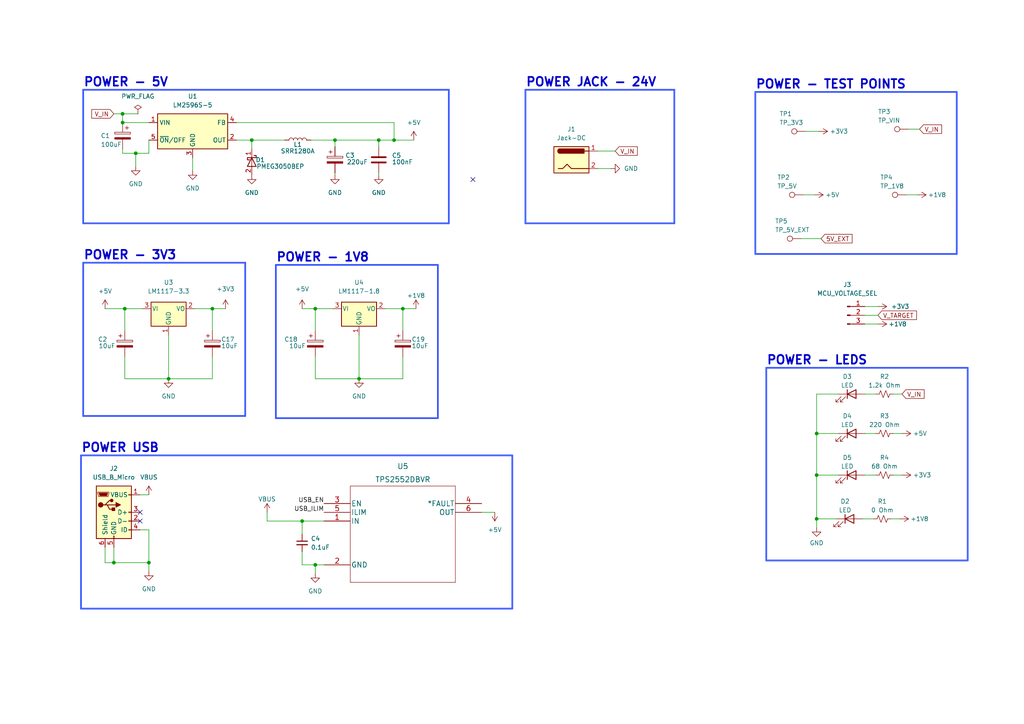
<source format=kicad_sch>
(kicad_sch (version 20211123) (generator eeschema)

  (uuid 7cdd2f3b-2f12-4aed-b54f-10000981651c)

  (paper "A4")

  (lib_symbols
    (symbol "Connector:Conn_01x03_Male" (pin_names (offset 1.016) hide) (in_bom yes) (on_board yes)
      (property "Reference" "J" (id 0) (at 0 5.08 0)
        (effects (font (size 1.27 1.27)))
      )
      (property "Value" "Conn_01x03_Male" (id 1) (at 0 -5.08 0)
        (effects (font (size 1.27 1.27)))
      )
      (property "Footprint" "" (id 2) (at 0 0 0)
        (effects (font (size 1.27 1.27)) hide)
      )
      (property "Datasheet" "~" (id 3) (at 0 0 0)
        (effects (font (size 1.27 1.27)) hide)
      )
      (property "ki_keywords" "connector" (id 4) (at 0 0 0)
        (effects (font (size 1.27 1.27)) hide)
      )
      (property "ki_description" "Generic connector, single row, 01x03, script generated (kicad-library-utils/schlib/autogen/connector/)" (id 5) (at 0 0 0)
        (effects (font (size 1.27 1.27)) hide)
      )
      (property "ki_fp_filters" "Connector*:*_1x??_*" (id 6) (at 0 0 0)
        (effects (font (size 1.27 1.27)) hide)
      )
      (symbol "Conn_01x03_Male_1_1"
        (polyline
          (pts
            (xy 1.27 -2.54)
            (xy 0.8636 -2.54)
          )
          (stroke (width 0.1524) (type default) (color 0 0 0 0))
          (fill (type none))
        )
        (polyline
          (pts
            (xy 1.27 0)
            (xy 0.8636 0)
          )
          (stroke (width 0.1524) (type default) (color 0 0 0 0))
          (fill (type none))
        )
        (polyline
          (pts
            (xy 1.27 2.54)
            (xy 0.8636 2.54)
          )
          (stroke (width 0.1524) (type default) (color 0 0 0 0))
          (fill (type none))
        )
        (rectangle (start 0.8636 -2.413) (end 0 -2.667)
          (stroke (width 0.1524) (type default) (color 0 0 0 0))
          (fill (type outline))
        )
        (rectangle (start 0.8636 0.127) (end 0 -0.127)
          (stroke (width 0.1524) (type default) (color 0 0 0 0))
          (fill (type outline))
        )
        (rectangle (start 0.8636 2.667) (end 0 2.413)
          (stroke (width 0.1524) (type default) (color 0 0 0 0))
          (fill (type outline))
        )
        (pin passive line (at 5.08 2.54 180) (length 3.81)
          (name "Pin_1" (effects (font (size 1.27 1.27))))
          (number "1" (effects (font (size 1.27 1.27))))
        )
        (pin passive line (at 5.08 0 180) (length 3.81)
          (name "Pin_2" (effects (font (size 1.27 1.27))))
          (number "2" (effects (font (size 1.27 1.27))))
        )
        (pin passive line (at 5.08 -2.54 180) (length 3.81)
          (name "Pin_3" (effects (font (size 1.27 1.27))))
          (number "3" (effects (font (size 1.27 1.27))))
        )
      )
    )
    (symbol "Connector:Jack-DC" (pin_names (offset 1.016)) (in_bom yes) (on_board yes)
      (property "Reference" "J" (id 0) (at 0 5.334 0)
        (effects (font (size 1.27 1.27)))
      )
      (property "Value" "Jack-DC" (id 1) (at 0 -5.08 0)
        (effects (font (size 1.27 1.27)))
      )
      (property "Footprint" "" (id 2) (at 1.27 -1.016 0)
        (effects (font (size 1.27 1.27)) hide)
      )
      (property "Datasheet" "~" (id 3) (at 1.27 -1.016 0)
        (effects (font (size 1.27 1.27)) hide)
      )
      (property "ki_keywords" "DC power barrel jack connector" (id 4) (at 0 0 0)
        (effects (font (size 1.27 1.27)) hide)
      )
      (property "ki_description" "DC Barrel Jack" (id 5) (at 0 0 0)
        (effects (font (size 1.27 1.27)) hide)
      )
      (property "ki_fp_filters" "BarrelJack*" (id 6) (at 0 0 0)
        (effects (font (size 1.27 1.27)) hide)
      )
      (symbol "Jack-DC_0_1"
        (rectangle (start -5.08 3.81) (end 5.08 -3.81)
          (stroke (width 0.254) (type default) (color 0 0 0 0))
          (fill (type background))
        )
        (arc (start -3.302 3.175) (mid -3.937 2.54) (end -3.302 1.905)
          (stroke (width 0.254) (type default) (color 0 0 0 0))
          (fill (type none))
        )
        (arc (start -3.302 3.175) (mid -3.937 2.54) (end -3.302 1.905)
          (stroke (width 0.254) (type default) (color 0 0 0 0))
          (fill (type outline))
        )
        (polyline
          (pts
            (xy 5.08 2.54)
            (xy 3.81 2.54)
          )
          (stroke (width 0.254) (type default) (color 0 0 0 0))
          (fill (type none))
        )
        (polyline
          (pts
            (xy -3.81 -2.54)
            (xy -2.54 -2.54)
            (xy -1.27 -1.27)
            (xy 0 -2.54)
            (xy 2.54 -2.54)
            (xy 5.08 -2.54)
          )
          (stroke (width 0.254) (type default) (color 0 0 0 0))
          (fill (type none))
        )
        (rectangle (start 3.683 3.175) (end -3.302 1.905)
          (stroke (width 0.254) (type default) (color 0 0 0 0))
          (fill (type outline))
        )
      )
      (symbol "Jack-DC_1_1"
        (pin passive line (at 7.62 2.54 180) (length 2.54)
          (name "~" (effects (font (size 1.27 1.27))))
          (number "1" (effects (font (size 1.27 1.27))))
        )
        (pin passive line (at 7.62 -2.54 180) (length 2.54)
          (name "~" (effects (font (size 1.27 1.27))))
          (number "2" (effects (font (size 1.27 1.27))))
        )
      )
    )
    (symbol "Connector:TestPoint" (pin_numbers hide) (pin_names (offset 0.762) hide) (in_bom yes) (on_board yes)
      (property "Reference" "TP" (id 0) (at 0 6.858 0)
        (effects (font (size 1.27 1.27)))
      )
      (property "Value" "TestPoint" (id 1) (at 0 5.08 0)
        (effects (font (size 1.27 1.27)))
      )
      (property "Footprint" "" (id 2) (at 5.08 0 0)
        (effects (font (size 1.27 1.27)) hide)
      )
      (property "Datasheet" "~" (id 3) (at 5.08 0 0)
        (effects (font (size 1.27 1.27)) hide)
      )
      (property "ki_keywords" "test point tp" (id 4) (at 0 0 0)
        (effects (font (size 1.27 1.27)) hide)
      )
      (property "ki_description" "test point" (id 5) (at 0 0 0)
        (effects (font (size 1.27 1.27)) hide)
      )
      (property "ki_fp_filters" "Pin* Test*" (id 6) (at 0 0 0)
        (effects (font (size 1.27 1.27)) hide)
      )
      (symbol "TestPoint_0_1"
        (circle (center 0 3.302) (radius 0.762)
          (stroke (width 0) (type default) (color 0 0 0 0))
          (fill (type none))
        )
      )
      (symbol "TestPoint_1_1"
        (pin passive line (at 0 0 90) (length 2.54)
          (name "1" (effects (font (size 1.27 1.27))))
          (number "1" (effects (font (size 1.27 1.27))))
        )
      )
    )
    (symbol "Connector:USB_B_Micro" (pin_names (offset 1.016)) (in_bom yes) (on_board yes)
      (property "Reference" "J" (id 0) (at -5.08 11.43 0)
        (effects (font (size 1.27 1.27)) (justify left))
      )
      (property "Value" "USB_B_Micro" (id 1) (at -5.08 8.89 0)
        (effects (font (size 1.27 1.27)) (justify left))
      )
      (property "Footprint" "" (id 2) (at 3.81 -1.27 0)
        (effects (font (size 1.27 1.27)) hide)
      )
      (property "Datasheet" "~" (id 3) (at 3.81 -1.27 0)
        (effects (font (size 1.27 1.27)) hide)
      )
      (property "ki_keywords" "connector USB micro" (id 4) (at 0 0 0)
        (effects (font (size 1.27 1.27)) hide)
      )
      (property "ki_description" "USB Micro Type B connector" (id 5) (at 0 0 0)
        (effects (font (size 1.27 1.27)) hide)
      )
      (property "ki_fp_filters" "USB*" (id 6) (at 0 0 0)
        (effects (font (size 1.27 1.27)) hide)
      )
      (symbol "USB_B_Micro_0_1"
        (rectangle (start -5.08 -7.62) (end 5.08 7.62)
          (stroke (width 0.254) (type default) (color 0 0 0 0))
          (fill (type background))
        )
        (circle (center -3.81 2.159) (radius 0.635)
          (stroke (width 0.254) (type default) (color 0 0 0 0))
          (fill (type outline))
        )
        (circle (center -0.635 3.429) (radius 0.381)
          (stroke (width 0.254) (type default) (color 0 0 0 0))
          (fill (type outline))
        )
        (rectangle (start -0.127 -7.62) (end 0.127 -6.858)
          (stroke (width 0) (type default) (color 0 0 0 0))
          (fill (type none))
        )
        (polyline
          (pts
            (xy -1.905 2.159)
            (xy 0.635 2.159)
          )
          (stroke (width 0.254) (type default) (color 0 0 0 0))
          (fill (type none))
        )
        (polyline
          (pts
            (xy -3.175 2.159)
            (xy -2.54 2.159)
            (xy -1.27 3.429)
            (xy -0.635 3.429)
          )
          (stroke (width 0.254) (type default) (color 0 0 0 0))
          (fill (type none))
        )
        (polyline
          (pts
            (xy -2.54 2.159)
            (xy -1.905 2.159)
            (xy -1.27 0.889)
            (xy 0 0.889)
          )
          (stroke (width 0.254) (type default) (color 0 0 0 0))
          (fill (type none))
        )
        (polyline
          (pts
            (xy 0.635 2.794)
            (xy 0.635 1.524)
            (xy 1.905 2.159)
            (xy 0.635 2.794)
          )
          (stroke (width 0.254) (type default) (color 0 0 0 0))
          (fill (type outline))
        )
        (polyline
          (pts
            (xy -4.318 5.588)
            (xy -1.778 5.588)
            (xy -2.032 4.826)
            (xy -4.064 4.826)
            (xy -4.318 5.588)
          )
          (stroke (width 0) (type default) (color 0 0 0 0))
          (fill (type outline))
        )
        (polyline
          (pts
            (xy -4.699 5.842)
            (xy -4.699 5.588)
            (xy -4.445 4.826)
            (xy -4.445 4.572)
            (xy -1.651 4.572)
            (xy -1.651 4.826)
            (xy -1.397 5.588)
            (xy -1.397 5.842)
            (xy -4.699 5.842)
          )
          (stroke (width 0) (type default) (color 0 0 0 0))
          (fill (type none))
        )
        (rectangle (start 0.254 1.27) (end -0.508 0.508)
          (stroke (width 0.254) (type default) (color 0 0 0 0))
          (fill (type outline))
        )
        (rectangle (start 5.08 -5.207) (end 4.318 -4.953)
          (stroke (width 0) (type default) (color 0 0 0 0))
          (fill (type none))
        )
        (rectangle (start 5.08 -2.667) (end 4.318 -2.413)
          (stroke (width 0) (type default) (color 0 0 0 0))
          (fill (type none))
        )
        (rectangle (start 5.08 -0.127) (end 4.318 0.127)
          (stroke (width 0) (type default) (color 0 0 0 0))
          (fill (type none))
        )
        (rectangle (start 5.08 4.953) (end 4.318 5.207)
          (stroke (width 0) (type default) (color 0 0 0 0))
          (fill (type none))
        )
      )
      (symbol "USB_B_Micro_1_1"
        (pin power_out line (at 7.62 5.08 180) (length 2.54)
          (name "VBUS" (effects (font (size 1.27 1.27))))
          (number "1" (effects (font (size 1.27 1.27))))
        )
        (pin bidirectional line (at 7.62 -2.54 180) (length 2.54)
          (name "D-" (effects (font (size 1.27 1.27))))
          (number "2" (effects (font (size 1.27 1.27))))
        )
        (pin bidirectional line (at 7.62 0 180) (length 2.54)
          (name "D+" (effects (font (size 1.27 1.27))))
          (number "3" (effects (font (size 1.27 1.27))))
        )
        (pin passive line (at 7.62 -5.08 180) (length 2.54)
          (name "ID" (effects (font (size 1.27 1.27))))
          (number "4" (effects (font (size 1.27 1.27))))
        )
        (pin power_out line (at 0 -10.16 90) (length 2.54)
          (name "GND" (effects (font (size 1.27 1.27))))
          (number "5" (effects (font (size 1.27 1.27))))
        )
        (pin passive line (at -2.54 -10.16 90) (length 2.54)
          (name "Shield" (effects (font (size 1.27 1.27))))
          (number "6" (effects (font (size 1.27 1.27))))
        )
      )
    )
    (symbol "Device:C" (pin_numbers hide) (pin_names (offset 0.254)) (in_bom yes) (on_board yes)
      (property "Reference" "C" (id 0) (at 0.635 2.54 0)
        (effects (font (size 1.27 1.27)) (justify left))
      )
      (property "Value" "C" (id 1) (at 0.635 -2.54 0)
        (effects (font (size 1.27 1.27)) (justify left))
      )
      (property "Footprint" "" (id 2) (at 0.9652 -3.81 0)
        (effects (font (size 1.27 1.27)) hide)
      )
      (property "Datasheet" "~" (id 3) (at 0 0 0)
        (effects (font (size 1.27 1.27)) hide)
      )
      (property "ki_keywords" "cap capacitor" (id 4) (at 0 0 0)
        (effects (font (size 1.27 1.27)) hide)
      )
      (property "ki_description" "Unpolarized capacitor" (id 5) (at 0 0 0)
        (effects (font (size 1.27 1.27)) hide)
      )
      (property "ki_fp_filters" "C_*" (id 6) (at 0 0 0)
        (effects (font (size 1.27 1.27)) hide)
      )
      (symbol "C_0_1"
        (polyline
          (pts
            (xy -2.032 -0.762)
            (xy 2.032 -0.762)
          )
          (stroke (width 0.508) (type default) (color 0 0 0 0))
          (fill (type none))
        )
        (polyline
          (pts
            (xy -2.032 0.762)
            (xy 2.032 0.762)
          )
          (stroke (width 0.508) (type default) (color 0 0 0 0))
          (fill (type none))
        )
      )
      (symbol "C_1_1"
        (pin passive line (at 0 3.81 270) (length 2.794)
          (name "~" (effects (font (size 1.27 1.27))))
          (number "1" (effects (font (size 1.27 1.27))))
        )
        (pin passive line (at 0 -3.81 90) (length 2.794)
          (name "~" (effects (font (size 1.27 1.27))))
          (number "2" (effects (font (size 1.27 1.27))))
        )
      )
    )
    (symbol "Device:C_Polarized" (pin_numbers hide) (pin_names (offset 0.254)) (in_bom yes) (on_board yes)
      (property "Reference" "C" (id 0) (at 0.635 2.54 0)
        (effects (font (size 1.27 1.27)) (justify left))
      )
      (property "Value" "C_Polarized" (id 1) (at 0.635 -2.54 0)
        (effects (font (size 1.27 1.27)) (justify left))
      )
      (property "Footprint" "" (id 2) (at 0.9652 -3.81 0)
        (effects (font (size 1.27 1.27)) hide)
      )
      (property "Datasheet" "~" (id 3) (at 0 0 0)
        (effects (font (size 1.27 1.27)) hide)
      )
      (property "ki_keywords" "cap capacitor" (id 4) (at 0 0 0)
        (effects (font (size 1.27 1.27)) hide)
      )
      (property "ki_description" "Polarized capacitor" (id 5) (at 0 0 0)
        (effects (font (size 1.27 1.27)) hide)
      )
      (property "ki_fp_filters" "CP_*" (id 6) (at 0 0 0)
        (effects (font (size 1.27 1.27)) hide)
      )
      (symbol "C_Polarized_0_1"
        (rectangle (start -2.286 0.508) (end 2.286 1.016)
          (stroke (width 0) (type default) (color 0 0 0 0))
          (fill (type none))
        )
        (polyline
          (pts
            (xy -1.778 2.286)
            (xy -0.762 2.286)
          )
          (stroke (width 0) (type default) (color 0 0 0 0))
          (fill (type none))
        )
        (polyline
          (pts
            (xy -1.27 2.794)
            (xy -1.27 1.778)
          )
          (stroke (width 0) (type default) (color 0 0 0 0))
          (fill (type none))
        )
        (rectangle (start 2.286 -0.508) (end -2.286 -1.016)
          (stroke (width 0) (type default) (color 0 0 0 0))
          (fill (type outline))
        )
      )
      (symbol "C_Polarized_1_1"
        (pin passive line (at 0 3.81 270) (length 2.794)
          (name "~" (effects (font (size 1.27 1.27))))
          (number "1" (effects (font (size 1.27 1.27))))
        )
        (pin passive line (at 0 -3.81 90) (length 2.794)
          (name "~" (effects (font (size 1.27 1.27))))
          (number "2" (effects (font (size 1.27 1.27))))
        )
      )
    )
    (symbol "Device:C_Small" (pin_numbers hide) (pin_names (offset 0.254) hide) (in_bom yes) (on_board yes)
      (property "Reference" "C" (id 0) (at 0.254 1.778 0)
        (effects (font (size 1.27 1.27)) (justify left))
      )
      (property "Value" "C_Small" (id 1) (at 0.254 -2.032 0)
        (effects (font (size 1.27 1.27)) (justify left))
      )
      (property "Footprint" "" (id 2) (at 0 0 0)
        (effects (font (size 1.27 1.27)) hide)
      )
      (property "Datasheet" "~" (id 3) (at 0 0 0)
        (effects (font (size 1.27 1.27)) hide)
      )
      (property "ki_keywords" "capacitor cap" (id 4) (at 0 0 0)
        (effects (font (size 1.27 1.27)) hide)
      )
      (property "ki_description" "Unpolarized capacitor, small symbol" (id 5) (at 0 0 0)
        (effects (font (size 1.27 1.27)) hide)
      )
      (property "ki_fp_filters" "C_*" (id 6) (at 0 0 0)
        (effects (font (size 1.27 1.27)) hide)
      )
      (symbol "C_Small_0_1"
        (polyline
          (pts
            (xy -1.524 -0.508)
            (xy 1.524 -0.508)
          )
          (stroke (width 0.3302) (type default) (color 0 0 0 0))
          (fill (type none))
        )
        (polyline
          (pts
            (xy -1.524 0.508)
            (xy 1.524 0.508)
          )
          (stroke (width 0.3048) (type default) (color 0 0 0 0))
          (fill (type none))
        )
      )
      (symbol "C_Small_1_1"
        (pin passive line (at 0 2.54 270) (length 2.032)
          (name "~" (effects (font (size 1.27 1.27))))
          (number "1" (effects (font (size 1.27 1.27))))
        )
        (pin passive line (at 0 -2.54 90) (length 2.032)
          (name "~" (effects (font (size 1.27 1.27))))
          (number "2" (effects (font (size 1.27 1.27))))
        )
      )
    )
    (symbol "Device:D_Schottky" (pin_names (offset 1.016) hide) (in_bom yes) (on_board yes)
      (property "Reference" "D" (id 0) (at 0 2.54 0)
        (effects (font (size 1.27 1.27)))
      )
      (property "Value" "D_Schottky" (id 1) (at 0 -2.54 0)
        (effects (font (size 1.27 1.27)))
      )
      (property "Footprint" "" (id 2) (at 0 0 0)
        (effects (font (size 1.27 1.27)) hide)
      )
      (property "Datasheet" "~" (id 3) (at 0 0 0)
        (effects (font (size 1.27 1.27)) hide)
      )
      (property "ki_keywords" "diode Schottky" (id 4) (at 0 0 0)
        (effects (font (size 1.27 1.27)) hide)
      )
      (property "ki_description" "Schottky diode" (id 5) (at 0 0 0)
        (effects (font (size 1.27 1.27)) hide)
      )
      (property "ki_fp_filters" "TO-???* *_Diode_* *SingleDiode* D_*" (id 6) (at 0 0 0)
        (effects (font (size 1.27 1.27)) hide)
      )
      (symbol "D_Schottky_0_1"
        (polyline
          (pts
            (xy 1.27 0)
            (xy -1.27 0)
          )
          (stroke (width 0) (type default) (color 0 0 0 0))
          (fill (type none))
        )
        (polyline
          (pts
            (xy 1.27 1.27)
            (xy 1.27 -1.27)
            (xy -1.27 0)
            (xy 1.27 1.27)
          )
          (stroke (width 0.254) (type default) (color 0 0 0 0))
          (fill (type none))
        )
        (polyline
          (pts
            (xy -1.905 0.635)
            (xy -1.905 1.27)
            (xy -1.27 1.27)
            (xy -1.27 -1.27)
            (xy -0.635 -1.27)
            (xy -0.635 -0.635)
          )
          (stroke (width 0.254) (type default) (color 0 0 0 0))
          (fill (type none))
        )
      )
      (symbol "D_Schottky_1_1"
        (pin passive line (at -3.81 0 0) (length 2.54)
          (name "K" (effects (font (size 1.27 1.27))))
          (number "1" (effects (font (size 1.27 1.27))))
        )
        (pin passive line (at 3.81 0 180) (length 2.54)
          (name "A" (effects (font (size 1.27 1.27))))
          (number "2" (effects (font (size 1.27 1.27))))
        )
      )
    )
    (symbol "Device:L" (pin_numbers hide) (pin_names (offset 1.016) hide) (in_bom yes) (on_board yes)
      (property "Reference" "L" (id 0) (at -1.27 0 90)
        (effects (font (size 1.27 1.27)))
      )
      (property "Value" "L" (id 1) (at 1.905 0 90)
        (effects (font (size 1.27 1.27)))
      )
      (property "Footprint" "" (id 2) (at 0 0 0)
        (effects (font (size 1.27 1.27)) hide)
      )
      (property "Datasheet" "~" (id 3) (at 0 0 0)
        (effects (font (size 1.27 1.27)) hide)
      )
      (property "ki_keywords" "inductor choke coil reactor magnetic" (id 4) (at 0 0 0)
        (effects (font (size 1.27 1.27)) hide)
      )
      (property "ki_description" "Inductor" (id 5) (at 0 0 0)
        (effects (font (size 1.27 1.27)) hide)
      )
      (property "ki_fp_filters" "Choke_* *Coil* Inductor_* L_*" (id 6) (at 0 0 0)
        (effects (font (size 1.27 1.27)) hide)
      )
      (symbol "L_0_1"
        (arc (start 0 -2.54) (mid 0.635 -1.905) (end 0 -1.27)
          (stroke (width 0) (type default) (color 0 0 0 0))
          (fill (type none))
        )
        (arc (start 0 -1.27) (mid 0.635 -0.635) (end 0 0)
          (stroke (width 0) (type default) (color 0 0 0 0))
          (fill (type none))
        )
        (arc (start 0 0) (mid 0.635 0.635) (end 0 1.27)
          (stroke (width 0) (type default) (color 0 0 0 0))
          (fill (type none))
        )
        (arc (start 0 1.27) (mid 0.635 1.905) (end 0 2.54)
          (stroke (width 0) (type default) (color 0 0 0 0))
          (fill (type none))
        )
      )
      (symbol "L_1_1"
        (pin passive line (at 0 3.81 270) (length 1.27)
          (name "1" (effects (font (size 1.27 1.27))))
          (number "1" (effects (font (size 1.27 1.27))))
        )
        (pin passive line (at 0 -3.81 90) (length 1.27)
          (name "2" (effects (font (size 1.27 1.27))))
          (number "2" (effects (font (size 1.27 1.27))))
        )
      )
    )
    (symbol "Device:R_Small_US" (pin_numbers hide) (pin_names (offset 0.254) hide) (in_bom yes) (on_board yes)
      (property "Reference" "R" (id 0) (at 0.762 0.508 0)
        (effects (font (size 1.27 1.27)) (justify left))
      )
      (property "Value" "R_Small_US" (id 1) (at 0.762 -1.016 0)
        (effects (font (size 1.27 1.27)) (justify left))
      )
      (property "Footprint" "" (id 2) (at 0 0 0)
        (effects (font (size 1.27 1.27)) hide)
      )
      (property "Datasheet" "~" (id 3) (at 0 0 0)
        (effects (font (size 1.27 1.27)) hide)
      )
      (property "ki_keywords" "r resistor" (id 4) (at 0 0 0)
        (effects (font (size 1.27 1.27)) hide)
      )
      (property "ki_description" "Resistor, small US symbol" (id 5) (at 0 0 0)
        (effects (font (size 1.27 1.27)) hide)
      )
      (property "ki_fp_filters" "R_*" (id 6) (at 0 0 0)
        (effects (font (size 1.27 1.27)) hide)
      )
      (symbol "R_Small_US_1_1"
        (polyline
          (pts
            (xy 0 0)
            (xy 1.016 -0.381)
            (xy 0 -0.762)
            (xy -1.016 -1.143)
            (xy 0 -1.524)
          )
          (stroke (width 0) (type default) (color 0 0 0 0))
          (fill (type none))
        )
        (polyline
          (pts
            (xy 0 1.524)
            (xy 1.016 1.143)
            (xy 0 0.762)
            (xy -1.016 0.381)
            (xy 0 0)
          )
          (stroke (width 0) (type default) (color 0 0 0 0))
          (fill (type none))
        )
        (pin passive line (at 0 2.54 270) (length 1.016)
          (name "~" (effects (font (size 1.27 1.27))))
          (number "1" (effects (font (size 1.27 1.27))))
        )
        (pin passive line (at 0 -2.54 90) (length 1.016)
          (name "~" (effects (font (size 1.27 1.27))))
          (number "2" (effects (font (size 1.27 1.27))))
        )
      )
    )
    (symbol "LED_1" (pin_numbers hide) (pin_names (offset 1.016) hide) (in_bom yes) (on_board yes)
      (property "Reference" "D" (id 0) (at 0 2.54 0)
        (effects (font (size 1.27 1.27)))
      )
      (property "Value" "LED_1" (id 1) (at 0 -2.54 0)
        (effects (font (size 1.27 1.27)))
      )
      (property "Footprint" "" (id 2) (at 0 0 0)
        (effects (font (size 1.27 1.27)) hide)
      )
      (property "Datasheet" "~" (id 3) (at 0 0 0)
        (effects (font (size 1.27 1.27)) hide)
      )
      (property "ki_keywords" "LED diode" (id 4) (at 0 0 0)
        (effects (font (size 1.27 1.27)) hide)
      )
      (property "ki_description" "Light emitting diode" (id 5) (at 0 0 0)
        (effects (font (size 1.27 1.27)) hide)
      )
      (property "ki_fp_filters" "LED* LED_SMD:* LED_THT:*" (id 6) (at 0 0 0)
        (effects (font (size 1.27 1.27)) hide)
      )
      (symbol "LED_1_0_1"
        (polyline
          (pts
            (xy -1.27 -1.27)
            (xy -1.27 1.27)
          )
          (stroke (width 0.254) (type default) (color 0 0 0 0))
          (fill (type none))
        )
        (polyline
          (pts
            (xy -1.27 0)
            (xy 1.27 0)
          )
          (stroke (width 0) (type default) (color 0 0 0 0))
          (fill (type none))
        )
        (polyline
          (pts
            (xy 1.27 -1.27)
            (xy 1.27 1.27)
            (xy -1.27 0)
            (xy 1.27 -1.27)
          )
          (stroke (width 0.254) (type default) (color 0 0 0 0))
          (fill (type none))
        )
        (polyline
          (pts
            (xy -3.048 -0.762)
            (xy -4.572 -2.286)
            (xy -3.81 -2.286)
            (xy -4.572 -2.286)
            (xy -4.572 -1.524)
          )
          (stroke (width 0) (type default) (color 0 0 0 0))
          (fill (type none))
        )
        (polyline
          (pts
            (xy -1.778 -0.762)
            (xy -3.302 -2.286)
            (xy -2.54 -2.286)
            (xy -3.302 -2.286)
            (xy -3.302 -1.524)
          )
          (stroke (width 0) (type default) (color 0 0 0 0))
          (fill (type none))
        )
      )
      (symbol "LED_1_1_1"
        (pin passive line (at -3.81 0 0) (length 2.54)
          (name "K" (effects (font (size 1.27 1.27))))
          (number "1" (effects (font (size 1.27 1.27))))
        )
        (pin passive line (at 3.81 0 180) (length 2.54)
          (name "A" (effects (font (size 1.27 1.27))))
          (number "2" (effects (font (size 1.27 1.27))))
        )
      )
    )
    (symbol "Regulator_Linear:LM1117-1.8" (pin_names (offset 0.254)) (in_bom yes) (on_board yes)
      (property "Reference" "U" (id 0) (at -3.81 3.175 0)
        (effects (font (size 1.27 1.27)))
      )
      (property "Value" "LM1117-1.8" (id 1) (at 0 3.175 0)
        (effects (font (size 1.27 1.27)) (justify left))
      )
      (property "Footprint" "" (id 2) (at 0 0 0)
        (effects (font (size 1.27 1.27)) hide)
      )
      (property "Datasheet" "http://www.ti.com/lit/ds/symlink/lm1117.pdf" (id 3) (at 0 0 0)
        (effects (font (size 1.27 1.27)) hide)
      )
      (property "ki_keywords" "linear regulator ldo fixed positive" (id 4) (at 0 0 0)
        (effects (font (size 1.27 1.27)) hide)
      )
      (property "ki_description" "800mA Low-Dropout Linear Regulator, 1.8V fixed output, TO-220/TO-252/TO-263/SOT-223" (id 5) (at 0 0 0)
        (effects (font (size 1.27 1.27)) hide)
      )
      (property "ki_fp_filters" "SOT?223* TO?263* TO?252* TO?220*" (id 6) (at 0 0 0)
        (effects (font (size 1.27 1.27)) hide)
      )
      (symbol "LM1117-1.8_0_1"
        (rectangle (start -5.08 -5.08) (end 5.08 1.905)
          (stroke (width 0.254) (type default) (color 0 0 0 0))
          (fill (type background))
        )
      )
      (symbol "LM1117-1.8_1_1"
        (pin power_in line (at 0 -7.62 90) (length 2.54)
          (name "GND" (effects (font (size 1.27 1.27))))
          (number "1" (effects (font (size 1.27 1.27))))
        )
        (pin power_out line (at 7.62 0 180) (length 2.54)
          (name "VO" (effects (font (size 1.27 1.27))))
          (number "2" (effects (font (size 1.27 1.27))))
        )
        (pin power_in line (at -7.62 0 0) (length 2.54)
          (name "VI" (effects (font (size 1.27 1.27))))
          (number "3" (effects (font (size 1.27 1.27))))
        )
      )
    )
    (symbol "Regulator_Linear:LM1117-3.3" (pin_names (offset 0.254)) (in_bom yes) (on_board yes)
      (property "Reference" "U" (id 0) (at -3.81 3.175 0)
        (effects (font (size 1.27 1.27)))
      )
      (property "Value" "LM1117-3.3" (id 1) (at 0 3.175 0)
        (effects (font (size 1.27 1.27)) (justify left))
      )
      (property "Footprint" "" (id 2) (at 0 0 0)
        (effects (font (size 1.27 1.27)) hide)
      )
      (property "Datasheet" "http://www.ti.com/lit/ds/symlink/lm1117.pdf" (id 3) (at 0 0 0)
        (effects (font (size 1.27 1.27)) hide)
      )
      (property "ki_keywords" "linear regulator ldo fixed positive" (id 4) (at 0 0 0)
        (effects (font (size 1.27 1.27)) hide)
      )
      (property "ki_description" "800mA Low-Dropout Linear Regulator, 3.3V fixed output, TO-220/TO-252/TO-263/SOT-223" (id 5) (at 0 0 0)
        (effects (font (size 1.27 1.27)) hide)
      )
      (property "ki_fp_filters" "SOT?223* TO?263* TO?252* TO?220*" (id 6) (at 0 0 0)
        (effects (font (size 1.27 1.27)) hide)
      )
      (symbol "LM1117-3.3_0_1"
        (rectangle (start -5.08 -5.08) (end 5.08 1.905)
          (stroke (width 0.254) (type default) (color 0 0 0 0))
          (fill (type background))
        )
      )
      (symbol "LM1117-3.3_1_1"
        (pin power_in line (at 0 -7.62 90) (length 2.54)
          (name "GND" (effects (font (size 1.27 1.27))))
          (number "1" (effects (font (size 1.27 1.27))))
        )
        (pin power_out line (at 7.62 0 180) (length 2.54)
          (name "VO" (effects (font (size 1.27 1.27))))
          (number "2" (effects (font (size 1.27 1.27))))
        )
        (pin power_in line (at -7.62 0 0) (length 2.54)
          (name "VI" (effects (font (size 1.27 1.27))))
          (number "3" (effects (font (size 1.27 1.27))))
        )
      )
    )
    (symbol "Regulator_Switching:LM2596S-5" (in_bom yes) (on_board yes)
      (property "Reference" "U" (id 0) (at -10.16 6.35 0)
        (effects (font (size 1.27 1.27)) (justify left))
      )
      (property "Value" "LM2596S-5" (id 1) (at 0 6.35 0)
        (effects (font (size 1.27 1.27)) (justify left))
      )
      (property "Footprint" "Package_TO_SOT_SMD:TO-263-5_TabPin3" (id 2) (at 1.27 -6.35 0)
        (effects (font (size 1.27 1.27) italic) (justify left) hide)
      )
      (property "Datasheet" "http://www.ti.com/lit/ds/symlink/lm2596.pdf" (id 3) (at 0 0 0)
        (effects (font (size 1.27 1.27)) hide)
      )
      (property "ki_keywords" "Step-Down Voltage Regulator 5V 3A" (id 4) (at 0 0 0)
        (effects (font (size 1.27 1.27)) hide)
      )
      (property "ki_description" "5V 3A Step-Down Voltage Regulator, TO-263" (id 5) (at 0 0 0)
        (effects (font (size 1.27 1.27)) hide)
      )
      (property "ki_fp_filters" "TO?263*" (id 6) (at 0 0 0)
        (effects (font (size 1.27 1.27)) hide)
      )
      (symbol "LM2596S-5_0_1"
        (rectangle (start -10.16 5.08) (end 10.16 -5.08)
          (stroke (width 0.254) (type default) (color 0 0 0 0))
          (fill (type background))
        )
      )
      (symbol "LM2596S-5_1_1"
        (pin power_in line (at -12.7 2.54 0) (length 2.54)
          (name "VIN" (effects (font (size 1.27 1.27))))
          (number "1" (effects (font (size 1.27 1.27))))
        )
        (pin output line (at 12.7 -2.54 180) (length 2.54)
          (name "OUT" (effects (font (size 1.27 1.27))))
          (number "2" (effects (font (size 1.27 1.27))))
        )
        (pin power_in line (at 0 -7.62 90) (length 2.54)
          (name "GND" (effects (font (size 1.27 1.27))))
          (number "3" (effects (font (size 1.27 1.27))))
        )
        (pin input line (at 12.7 2.54 180) (length 2.54)
          (name "FB" (effects (font (size 1.27 1.27))))
          (number "4" (effects (font (size 1.27 1.27))))
        )
        (pin input line (at -12.7 -2.54 0) (length 2.54)
          (name "~{ON}/OFF" (effects (font (size 1.27 1.27))))
          (number "5" (effects (font (size 1.27 1.27))))
        )
      )
    )
    (symbol "erkan-hw:TPS2552DBVR" (pin_names (offset 0.254)) (in_bom yes) (on_board yes)
      (property "Reference" "U" (id 0) (at 22.86 10.16 0)
        (effects (font (size 1.524 1.524)))
      )
      (property "Value" "TPS2552DBVR" (id 1) (at 22.86 7.62 0)
        (effects (font (size 1.524 1.524)))
      )
      (property "Footprint" "erkan-hw-lib:HPA00714DBVR" (id 2) (at 22.86 6.096 0)
        (effects (font (size 1.524 1.524)) hide)
      )
      (property "Datasheet" "" (id 3) (at 0 0 0)
        (effects (font (size 1.524 1.524)))
      )
      (property "ki_fp_filters" "DBV6 DBV6-M DBV6-L" (id 4) (at 0 0 0)
        (effects (font (size 1.27 1.27)) hide)
      )
      (symbol "TPS2552DBVR_1_1"
        (polyline
          (pts
            (xy 7.62 -22.86)
            (xy 38.1 -22.86)
          )
          (stroke (width 0.127) (type default) (color 0 0 0 0))
          (fill (type none))
        )
        (polyline
          (pts
            (xy 7.62 5.08)
            (xy 7.62 -22.86)
          )
          (stroke (width 0.127) (type default) (color 0 0 0 0))
          (fill (type none))
        )
        (polyline
          (pts
            (xy 38.1 -22.86)
            (xy 38.1 5.08)
          )
          (stroke (width 0.127) (type default) (color 0 0 0 0))
          (fill (type none))
        )
        (polyline
          (pts
            (xy 38.1 5.08)
            (xy 7.62 5.08)
          )
          (stroke (width 0.127) (type default) (color 0 0 0 0))
          (fill (type none))
        )
        (pin input line (at 0 -5.08 0) (length 7.62)
          (name "IN" (effects (font (size 1.4986 1.4986))))
          (number "1" (effects (font (size 1.4986 1.4986))))
        )
        (pin power_in line (at 0 -17.78 0) (length 7.62)
          (name "GND" (effects (font (size 1.4986 1.4986))))
          (number "2" (effects (font (size 1.4986 1.4986))))
        )
        (pin input line (at 0 0 0) (length 7.62)
          (name "EN" (effects (font (size 1.4986 1.4986))))
          (number "3" (effects (font (size 1.4986 1.4986))))
        )
        (pin output line (at 45.72 0 180) (length 7.62)
          (name "*FAULT" (effects (font (size 1.4986 1.4986))))
          (number "4" (effects (font (size 1.4986 1.4986))))
        )
        (pin input line (at 0 -2.54 0) (length 7.62)
          (name "ILIM" (effects (font (size 1.4986 1.4986))))
          (number "5" (effects (font (size 1.4986 1.4986))))
        )
        (pin output line (at 45.72 -2.54 180) (length 7.62)
          (name "OUT" (effects (font (size 1.4986 1.4986))))
          (number "6" (effects (font (size 1.4986 1.4986))))
        )
      )
    )
    (symbol "power:+1V8" (power) (pin_names (offset 0)) (in_bom yes) (on_board yes)
      (property "Reference" "#PWR" (id 0) (at 0 -3.81 0)
        (effects (font (size 1.27 1.27)) hide)
      )
      (property "Value" "+1V8" (id 1) (at 0 3.556 0)
        (effects (font (size 1.27 1.27)))
      )
      (property "Footprint" "" (id 2) (at 0 0 0)
        (effects (font (size 1.27 1.27)) hide)
      )
      (property "Datasheet" "" (id 3) (at 0 0 0)
        (effects (font (size 1.27 1.27)) hide)
      )
      (property "ki_keywords" "power-flag" (id 4) (at 0 0 0)
        (effects (font (size 1.27 1.27)) hide)
      )
      (property "ki_description" "Power symbol creates a global label with name \"+1V8\"" (id 5) (at 0 0 0)
        (effects (font (size 1.27 1.27)) hide)
      )
      (symbol "+1V8_0_1"
        (polyline
          (pts
            (xy -0.762 1.27)
            (xy 0 2.54)
          )
          (stroke (width 0) (type default) (color 0 0 0 0))
          (fill (type none))
        )
        (polyline
          (pts
            (xy 0 0)
            (xy 0 2.54)
          )
          (stroke (width 0) (type default) (color 0 0 0 0))
          (fill (type none))
        )
        (polyline
          (pts
            (xy 0 2.54)
            (xy 0.762 1.27)
          )
          (stroke (width 0) (type default) (color 0 0 0 0))
          (fill (type none))
        )
      )
      (symbol "+1V8_1_1"
        (pin power_in line (at 0 0 90) (length 0) hide
          (name "+1V8" (effects (font (size 1.27 1.27))))
          (number "1" (effects (font (size 1.27 1.27))))
        )
      )
    )
    (symbol "power:+3V3" (power) (pin_names (offset 0)) (in_bom yes) (on_board yes)
      (property "Reference" "#PWR" (id 0) (at 0 -3.81 0)
        (effects (font (size 1.27 1.27)) hide)
      )
      (property "Value" "+3V3" (id 1) (at 0 3.556 0)
        (effects (font (size 1.27 1.27)))
      )
      (property "Footprint" "" (id 2) (at 0 0 0)
        (effects (font (size 1.27 1.27)) hide)
      )
      (property "Datasheet" "" (id 3) (at 0 0 0)
        (effects (font (size 1.27 1.27)) hide)
      )
      (property "ki_keywords" "power-flag" (id 4) (at 0 0 0)
        (effects (font (size 1.27 1.27)) hide)
      )
      (property "ki_description" "Power symbol creates a global label with name \"+3V3\"" (id 5) (at 0 0 0)
        (effects (font (size 1.27 1.27)) hide)
      )
      (symbol "+3V3_0_1"
        (polyline
          (pts
            (xy -0.762 1.27)
            (xy 0 2.54)
          )
          (stroke (width 0) (type default) (color 0 0 0 0))
          (fill (type none))
        )
        (polyline
          (pts
            (xy 0 0)
            (xy 0 2.54)
          )
          (stroke (width 0) (type default) (color 0 0 0 0))
          (fill (type none))
        )
        (polyline
          (pts
            (xy 0 2.54)
            (xy 0.762 1.27)
          )
          (stroke (width 0) (type default) (color 0 0 0 0))
          (fill (type none))
        )
      )
      (symbol "+3V3_1_1"
        (pin power_in line (at 0 0 90) (length 0) hide
          (name "+3V3" (effects (font (size 1.27 1.27))))
          (number "1" (effects (font (size 1.27 1.27))))
        )
      )
    )
    (symbol "power:+5V" (power) (pin_names (offset 0)) (in_bom yes) (on_board yes)
      (property "Reference" "#PWR" (id 0) (at 0 -3.81 0)
        (effects (font (size 1.27 1.27)) hide)
      )
      (property "Value" "+5V" (id 1) (at 0 3.556 0)
        (effects (font (size 1.27 1.27)))
      )
      (property "Footprint" "" (id 2) (at 0 0 0)
        (effects (font (size 1.27 1.27)) hide)
      )
      (property "Datasheet" "" (id 3) (at 0 0 0)
        (effects (font (size 1.27 1.27)) hide)
      )
      (property "ki_keywords" "power-flag" (id 4) (at 0 0 0)
        (effects (font (size 1.27 1.27)) hide)
      )
      (property "ki_description" "Power symbol creates a global label with name \"+5V\"" (id 5) (at 0 0 0)
        (effects (font (size 1.27 1.27)) hide)
      )
      (symbol "+5V_0_1"
        (polyline
          (pts
            (xy -0.762 1.27)
            (xy 0 2.54)
          )
          (stroke (width 0) (type default) (color 0 0 0 0))
          (fill (type none))
        )
        (polyline
          (pts
            (xy 0 0)
            (xy 0 2.54)
          )
          (stroke (width 0) (type default) (color 0 0 0 0))
          (fill (type none))
        )
        (polyline
          (pts
            (xy 0 2.54)
            (xy 0.762 1.27)
          )
          (stroke (width 0) (type default) (color 0 0 0 0))
          (fill (type none))
        )
      )
      (symbol "+5V_1_1"
        (pin power_in line (at 0 0 90) (length 0) hide
          (name "+5V" (effects (font (size 1.27 1.27))))
          (number "1" (effects (font (size 1.27 1.27))))
        )
      )
    )
    (symbol "power:GND" (power) (pin_names (offset 0)) (in_bom yes) (on_board yes)
      (property "Reference" "#PWR" (id 0) (at 0 -6.35 0)
        (effects (font (size 1.27 1.27)) hide)
      )
      (property "Value" "GND" (id 1) (at 0 -3.81 0)
        (effects (font (size 1.27 1.27)))
      )
      (property "Footprint" "" (id 2) (at 0 0 0)
        (effects (font (size 1.27 1.27)) hide)
      )
      (property "Datasheet" "" (id 3) (at 0 0 0)
        (effects (font (size 1.27 1.27)) hide)
      )
      (property "ki_keywords" "power-flag" (id 4) (at 0 0 0)
        (effects (font (size 1.27 1.27)) hide)
      )
      (property "ki_description" "Power symbol creates a global label with name \"GND\" , ground" (id 5) (at 0 0 0)
        (effects (font (size 1.27 1.27)) hide)
      )
      (symbol "GND_0_1"
        (polyline
          (pts
            (xy 0 0)
            (xy 0 -1.27)
            (xy 1.27 -1.27)
            (xy 0 -2.54)
            (xy -1.27 -1.27)
            (xy 0 -1.27)
          )
          (stroke (width 0) (type default) (color 0 0 0 0))
          (fill (type none))
        )
      )
      (symbol "GND_1_1"
        (pin power_in line (at 0 0 270) (length 0) hide
          (name "GND" (effects (font (size 1.27 1.27))))
          (number "1" (effects (font (size 1.27 1.27))))
        )
      )
    )
    (symbol "power:PWR_FLAG" (power) (pin_numbers hide) (pin_names (offset 0) hide) (in_bom yes) (on_board yes)
      (property "Reference" "#FLG" (id 0) (at 0 1.905 0)
        (effects (font (size 1.27 1.27)) hide)
      )
      (property "Value" "PWR_FLAG" (id 1) (at 0 3.81 0)
        (effects (font (size 1.27 1.27)))
      )
      (property "Footprint" "" (id 2) (at 0 0 0)
        (effects (font (size 1.27 1.27)) hide)
      )
      (property "Datasheet" "~" (id 3) (at 0 0 0)
        (effects (font (size 1.27 1.27)) hide)
      )
      (property "ki_keywords" "power-flag" (id 4) (at 0 0 0)
        (effects (font (size 1.27 1.27)) hide)
      )
      (property "ki_description" "Special symbol for telling ERC where power comes from" (id 5) (at 0 0 0)
        (effects (font (size 1.27 1.27)) hide)
      )
      (symbol "PWR_FLAG_0_0"
        (pin power_out line (at 0 0 90) (length 0)
          (name "pwr" (effects (font (size 1.27 1.27))))
          (number "1" (effects (font (size 1.27 1.27))))
        )
      )
      (symbol "PWR_FLAG_0_1"
        (polyline
          (pts
            (xy 0 0)
            (xy 0 1.27)
            (xy -1.016 1.905)
            (xy 0 2.54)
            (xy 1.016 1.905)
            (xy 0 1.27)
          )
          (stroke (width 0) (type default) (color 0 0 0 0))
          (fill (type none))
        )
      )
    )
    (symbol "power:VBUS" (power) (pin_names (offset 0)) (in_bom yes) (on_board yes)
      (property "Reference" "#PWR" (id 0) (at 0 -3.81 0)
        (effects (font (size 1.27 1.27)) hide)
      )
      (property "Value" "VBUS" (id 1) (at 0 3.81 0)
        (effects (font (size 1.27 1.27)))
      )
      (property "Footprint" "" (id 2) (at 0 0 0)
        (effects (font (size 1.27 1.27)) hide)
      )
      (property "Datasheet" "" (id 3) (at 0 0 0)
        (effects (font (size 1.27 1.27)) hide)
      )
      (property "ki_keywords" "power-flag" (id 4) (at 0 0 0)
        (effects (font (size 1.27 1.27)) hide)
      )
      (property "ki_description" "Power symbol creates a global label with name \"VBUS\"" (id 5) (at 0 0 0)
        (effects (font (size 1.27 1.27)) hide)
      )
      (symbol "VBUS_0_1"
        (polyline
          (pts
            (xy -0.762 1.27)
            (xy 0 2.54)
          )
          (stroke (width 0) (type default) (color 0 0 0 0))
          (fill (type none))
        )
        (polyline
          (pts
            (xy 0 0)
            (xy 0 2.54)
          )
          (stroke (width 0) (type default) (color 0 0 0 0))
          (fill (type none))
        )
        (polyline
          (pts
            (xy 0 2.54)
            (xy 0.762 1.27)
          )
          (stroke (width 0) (type default) (color 0 0 0 0))
          (fill (type none))
        )
      )
      (symbol "VBUS_1_1"
        (pin power_in line (at 0 0 90) (length 0) hide
          (name "VBUS" (effects (font (size 1.27 1.27))))
          (number "1" (effects (font (size 1.27 1.27))))
        )
      )
    )
  )

  (junction (at 43.18 163.195) (diameter 0) (color 0 0 0 0)
    (uuid 0d0512c2-6faa-45a6-9bc3-73ad82e9695a)
  )
  (junction (at 33.02 163.195) (diameter 0) (color 0 0 0 0)
    (uuid 0ed5fdc9-f30e-4018-8119-0cda9dd64bae)
  )
  (junction (at 35.56 35.56) (diameter 0) (color 0 0 0 0)
    (uuid 2a3b887e-8f83-4c86-9d35-fed79835e0f4)
  )
  (junction (at 87.63 151.13) (diameter 0) (color 0 0 0 0)
    (uuid 36f62a73-627b-4d9a-9721-c81eaa3c9139)
  )
  (junction (at 236.855 125.73) (diameter 0) (color 0 0 0 0)
    (uuid 37172cc1-db20-4baf-b24f-39bc123aa0e2)
  )
  (junction (at 91.44 89.535) (diameter 0) (color 0 0 0 0)
    (uuid 382996cd-5c0e-41cc-ba4a-d75eaad2022d)
  )
  (junction (at 97.155 40.64) (diameter 0) (color 0 0 0 0)
    (uuid 4791a063-a269-496d-9f90-bc2c443b1271)
  )
  (junction (at 35.56 33.02) (diameter 0) (color 0 0 0 0)
    (uuid 5ce8262e-2073-40ba-b421-d5472e83791c)
  )
  (junction (at 236.855 137.795) (diameter 0) (color 0 0 0 0)
    (uuid 64d58730-b3a0-44ff-b4c9-3e49739b8f69)
  )
  (junction (at 91.44 163.83) (diameter 0) (color 0 0 0 0)
    (uuid 7b8a4f05-3c2c-4081-b758-13f0a036b219)
  )
  (junction (at 104.14 109.855) (diameter 0) (color 0 0 0 0)
    (uuid 7f0c7fde-b55c-4f28-95f3-94dca972a385)
  )
  (junction (at 36.195 89.535) (diameter 0) (color 0 0 0 0)
    (uuid 82a2441d-77b0-443a-87b8-1267da32f059)
  )
  (junction (at 73.025 40.64) (diameter 0) (color 0 0 0 0)
    (uuid 84413921-511c-4986-88be-3abaae0c18ea)
  )
  (junction (at 236.855 150.495) (diameter 0) (color 0 0 0 0)
    (uuid 93abb524-42c4-4f26-9fe6-9034561ce66a)
  )
  (junction (at 109.855 40.64) (diameter 0) (color 0 0 0 0)
    (uuid b12cb49b-a305-4098-b647-c0d79d8e177f)
  )
  (junction (at 114.3 40.64) (diameter 0) (color 0 0 0 0)
    (uuid c2c077a9-d304-484c-9f4d-89738d0e0c56)
  )
  (junction (at 39.37 44.45) (diameter 0) (color 0 0 0 0)
    (uuid c9f82796-bc00-40e6-9b83-87080920b703)
  )
  (junction (at 116.84 89.535) (diameter 0) (color 0 0 0 0)
    (uuid d6d7dccf-eab5-4fff-ad11-d328b9ee5528)
  )
  (junction (at 48.895 109.855) (diameter 0) (color 0 0 0 0)
    (uuid e29a88f2-aaa5-4296-9381-2fb203214db4)
  )
  (junction (at 61.595 89.535) (diameter 0) (color 0 0 0 0)
    (uuid fc7f5aa6-3cb7-4b0f-b544-da42fc9c06c3)
  )

  (no_connect (at 137.16 52.07) (uuid 0d3051bf-e7ba-4b32-ae0b-277d71f7913e))
  (no_connect (at 40.64 148.59) (uuid ae050890-2cb0-49f6-96d1-d9280e174cc4))
  (no_connect (at 40.64 151.13) (uuid ae050890-2cb0-49f6-96d1-d9280e174cc5))

  (wire (pts (xy 35.56 44.45) (xy 35.56 43.18))
    (stroke (width 0) (type default) (color 0 0 0 0))
    (uuid 0188d2da-9a6f-4b1c-8531-e08f06be326c)
  )
  (wire (pts (xy 61.595 103.505) (xy 61.595 109.855))
    (stroke (width 0) (type default) (color 0 0 0 0))
    (uuid 037b3baf-309a-4103-b785-1f8391d2e21a)
  )
  (wire (pts (xy 68.58 35.56) (xy 114.3 35.56))
    (stroke (width 0) (type default) (color 0 0 0 0))
    (uuid 05f23084-16b3-4500-8020-35a74cc405c6)
  )
  (wire (pts (xy 61.595 89.535) (xy 61.595 95.885))
    (stroke (width 0) (type default) (color 0 0 0 0))
    (uuid 06957324-51dc-4443-a57f-96eb146ab73b)
  )
  (wire (pts (xy 219.075 26.67) (xy 277.495 26.67))
    (stroke (width 0.5) (type default) (color 57 87 255 1))
    (uuid 0aa82e3f-55f5-4af2-8d56-2b0e23fe0736)
  )
  (wire (pts (xy 173.355 43.815) (xy 178.435 43.815))
    (stroke (width 0) (type default) (color 0 0 0 0))
    (uuid 11df960a-9a01-4680-9bd0-ee7a806c97fb)
  )
  (wire (pts (xy 24.13 76.2) (xy 71.12 76.2))
    (stroke (width 0.5) (type default) (color 57 87 255 1))
    (uuid 1222162e-3fe0-4a98-a918-bfee372ed6d3)
  )
  (wire (pts (xy 148.59 132.08) (xy 148.59 176.53))
    (stroke (width 0.5) (type solid) (color 57 87 255 1))
    (uuid 12b31568-679d-4318-b953-93da90502b11)
  )
  (wire (pts (xy 40.64 143.51) (xy 43.18 143.51))
    (stroke (width 0) (type default) (color 0 0 0 0))
    (uuid 158e228b-81b8-4e99-aae7-68f578370743)
  )
  (wire (pts (xy 23.495 176.53) (xy 148.59 176.53))
    (stroke (width 0.5) (type solid) (color 57 87 255 1))
    (uuid 15c0b837-1106-411e-aa5b-322f4dc91afb)
  )
  (wire (pts (xy 35.56 33.02) (xy 35.56 35.56))
    (stroke (width 0) (type default) (color 0 0 0 0))
    (uuid 1aef3e39-a063-4aaa-8b6e-b9a76f621840)
  )
  (wire (pts (xy 91.44 89.535) (xy 96.52 89.535))
    (stroke (width 0) (type default) (color 0 0 0 0))
    (uuid 1c5253a3-c3c7-495e-af6e-f91b85ed1338)
  )
  (wire (pts (xy 30.48 89.535) (xy 36.195 89.535))
    (stroke (width 0) (type default) (color 0 0 0 0))
    (uuid 1ca3f60e-0d83-4420-ac4c-cae4af1da8bb)
  )
  (wire (pts (xy 236.855 125.73) (xy 243.205 125.73))
    (stroke (width 0) (type default) (color 0 0 0 0))
    (uuid 1d14f137-3a43-4aa3-85c6-c213ac5fb000)
  )
  (wire (pts (xy 87.63 154.94) (xy 87.63 151.13))
    (stroke (width 0) (type default) (color 0 0 0 0))
    (uuid 1f417218-fcd9-4516-9271-d5d106e79539)
  )
  (wire (pts (xy 263.525 37.465) (xy 266.7 37.465))
    (stroke (width 0) (type default) (color 0 0 0 0))
    (uuid 205f084d-8409-4afe-9936-cfd6c5759796)
  )
  (wire (pts (xy 109.855 50.165) (xy 109.855 50.8))
    (stroke (width 0) (type default) (color 0 0 0 0))
    (uuid 23040c9a-e029-4604-a8b9-28f7107e8ac5)
  )
  (wire (pts (xy 36.195 95.885) (xy 36.195 89.535))
    (stroke (width 0) (type default) (color 0 0 0 0))
    (uuid 23233b10-9d7f-4733-b388-d4d5df528310)
  )
  (wire (pts (xy 43.18 163.195) (xy 43.18 153.67))
    (stroke (width 0) (type default) (color 0 0 0 0))
    (uuid 23dad936-ba8b-46b1-8f24-51df4372a7e1)
  )
  (wire (pts (xy 77.47 151.13) (xy 87.63 151.13))
    (stroke (width 0) (type default) (color 0 0 0 0))
    (uuid 24b97b35-cdb1-4560-b626-016e49f156a2)
  )
  (wire (pts (xy 222.25 106.68) (xy 280.67 106.68))
    (stroke (width 0.5) (type default) (color 57 87 255 1))
    (uuid 26306245-3f6e-4195-b595-6b2e5691f4f2)
  )
  (wire (pts (xy 30.48 163.195) (xy 33.02 163.195))
    (stroke (width 0) (type default) (color 0 0 0 0))
    (uuid 2b9ded46-efc2-43a9-9dd0-541d9520c063)
  )
  (wire (pts (xy 236.855 137.795) (xy 236.855 150.495))
    (stroke (width 0) (type default) (color 0 0 0 0))
    (uuid 2fb1a71b-750d-4d23-8a13-2df35fbc5353)
  )
  (wire (pts (xy 236.855 114.3) (xy 236.855 125.73))
    (stroke (width 0) (type default) (color 0 0 0 0))
    (uuid 3009915e-6329-4ab3-989f-181bb4b72bfc)
  )
  (wire (pts (xy 97.155 50.165) (xy 97.155 50.8))
    (stroke (width 0) (type default) (color 0 0 0 0))
    (uuid 38112196-613f-4638-80ea-0c2dc0e7fea1)
  )
  (wire (pts (xy 222.25 106.68) (xy 222.25 162.56))
    (stroke (width 0.5) (type default) (color 57 87 255 1))
    (uuid 3bbef327-7808-4b63-9832-403e79426692)
  )
  (wire (pts (xy 260.985 150.495) (xy 258.445 150.495))
    (stroke (width 0) (type default) (color 0 0 0 0))
    (uuid 3d18c179-5415-4368-8a1a-1d97bea6d120)
  )
  (wire (pts (xy 152.4 26.035) (xy 195.58 26.035))
    (stroke (width 0.5) (type default) (color 57 87 255 1))
    (uuid 4038eb9c-01f8-452d-ad37-79ca07b95304)
  )
  (wire (pts (xy 173.355 48.895) (xy 177.165 48.895))
    (stroke (width 0) (type default) (color 0 0 0 0))
    (uuid 40789bc0-88d6-41da-8222-7422a9f67847)
  )
  (wire (pts (xy 261.62 125.73) (xy 259.08 125.73))
    (stroke (width 0) (type default) (color 0 0 0 0))
    (uuid 41af574f-af7f-4e5a-a47a-95258f9c7a44)
  )
  (wire (pts (xy 261.62 114.3) (xy 259.08 114.3))
    (stroke (width 0) (type default) (color 0 0 0 0))
    (uuid 42386e37-83dd-47aa-9331-b8b6250676b4)
  )
  (wire (pts (xy 250.825 114.3) (xy 254 114.3))
    (stroke (width 0) (type default) (color 0 0 0 0))
    (uuid 435f5106-da20-497e-bfb4-6ecc616b5278)
  )
  (wire (pts (xy 104.14 97.155) (xy 104.14 109.855))
    (stroke (width 0) (type default) (color 0 0 0 0))
    (uuid 43c29c85-8959-4ace-b3b1-6e83da0f77ea)
  )
  (wire (pts (xy 43.18 44.45) (xy 43.18 40.64))
    (stroke (width 0) (type default) (color 0 0 0 0))
    (uuid 44ca8646-9110-4310-b4a1-7c3b67ff35e3)
  )
  (wire (pts (xy 91.44 163.83) (xy 91.44 166.37))
    (stroke (width 0) (type default) (color 0 0 0 0))
    (uuid 455c703f-0d1b-4b74-a4a4-4a4a1c66593b)
  )
  (wire (pts (xy 87.63 163.83) (xy 91.44 163.83))
    (stroke (width 0) (type default) (color 0 0 0 0))
    (uuid 456530b3-5589-4e37-8ffc-e0b42b308b08)
  )
  (wire (pts (xy 35.56 44.45) (xy 39.37 44.45))
    (stroke (width 0) (type default) (color 0 0 0 0))
    (uuid 4765de7b-9565-4cd0-85f9-4b1a5d2b54cc)
  )
  (wire (pts (xy 24.13 64.77) (xy 130.175 64.77))
    (stroke (width 0.5) (type solid) (color 57 87 255 1))
    (uuid 49ad709c-836b-48dc-ac26-1d280c2f6277)
  )
  (wire (pts (xy 91.44 89.535) (xy 91.44 95.885))
    (stroke (width 0) (type default) (color 0 0 0 0))
    (uuid 4b79c8d9-28bc-4dd6-86ed-9f2016255702)
  )
  (wire (pts (xy 56.515 89.535) (xy 61.595 89.535))
    (stroke (width 0) (type default) (color 0 0 0 0))
    (uuid 4e24ddde-ae74-4331-9115-db3e39fac874)
  )
  (wire (pts (xy 111.76 89.535) (xy 116.84 89.535))
    (stroke (width 0) (type default) (color 0 0 0 0))
    (uuid 4e6fbe0d-5152-4208-8364-a3f23cc4b516)
  )
  (wire (pts (xy 65.405 89.535) (xy 61.595 89.535))
    (stroke (width 0) (type default) (color 0 0 0 0))
    (uuid 4efe0284-81a5-4ae8-87a4-8a7a80f9bd67)
  )
  (wire (pts (xy 30.48 158.75) (xy 30.48 163.195))
    (stroke (width 0) (type default) (color 0 0 0 0))
    (uuid 53f77d38-b7d5-437d-a5d6-cec326c1c2a7)
  )
  (wire (pts (xy 55.88 45.72) (xy 55.88 49.53))
    (stroke (width 0) (type default) (color 0 0 0 0))
    (uuid 5419262b-262d-41de-b40e-4ca65e4511b7)
  )
  (wire (pts (xy 130.175 26.035) (xy 130.175 64.77))
    (stroke (width 0.5) (type solid) (color 57 87 255 1))
    (uuid 5ddd4fd6-2da3-4c86-adb6-131af4143b89)
  )
  (wire (pts (xy 219.075 26.67) (xy 219.075 73.66))
    (stroke (width 0.5) (type default) (color 57 87 255 1))
    (uuid 60881d47-efeb-4262-adcc-cbfa53269945)
  )
  (wire (pts (xy 24.13 26.035) (xy 130.175 26.035))
    (stroke (width 0.5) (type default) (color 57 87 255 1))
    (uuid 62517c68-c5aa-4748-8746-1425b1d435ab)
  )
  (wire (pts (xy 195.58 26.035) (xy 195.58 64.77))
    (stroke (width 0.5) (type solid) (color 57 87 255 1))
    (uuid 62739366-ea11-4568-b3ad-d031332d6120)
  )
  (wire (pts (xy 116.84 103.505) (xy 116.84 109.855))
    (stroke (width 0) (type default) (color 0 0 0 0))
    (uuid 67c54c58-5f59-429d-b72e-577edd0a83fb)
  )
  (wire (pts (xy 104.14 109.855) (xy 91.44 109.855))
    (stroke (width 0) (type default) (color 0 0 0 0))
    (uuid 696a805f-c5aa-4a45-b229-e98babc838a6)
  )
  (wire (pts (xy 250.825 125.73) (xy 254 125.73))
    (stroke (width 0) (type default) (color 0 0 0 0))
    (uuid 6c67338a-6f45-489e-895c-ece57a57c447)
  )
  (wire (pts (xy 250.825 137.795) (xy 254 137.795))
    (stroke (width 0) (type default) (color 0 0 0 0))
    (uuid 6f7f8ff4-c812-4881-8a45-8f11e9ab4a6b)
  )
  (wire (pts (xy 237.49 38.1) (xy 233.68 38.1))
    (stroke (width 0) (type default) (color 0 0 0 0))
    (uuid 70d5d2d1-931a-4178-bd5a-a5d96d721dcd)
  )
  (wire (pts (xy 48.895 109.855) (xy 36.195 109.855))
    (stroke (width 0) (type default) (color 0 0 0 0))
    (uuid 71853e7b-5302-4e5d-bd2b-32a29770509b)
  )
  (wire (pts (xy 261.62 137.795) (xy 259.08 137.795))
    (stroke (width 0) (type default) (color 0 0 0 0))
    (uuid 7402dcea-8c04-4fb8-a765-5cdee3911cb3)
  )
  (wire (pts (xy 236.855 125.73) (xy 236.855 137.795))
    (stroke (width 0) (type default) (color 0 0 0 0))
    (uuid 7457d3ba-7209-4e7f-9f21-a25297b14b3c)
  )
  (wire (pts (xy 71.12 76.2) (xy 71.12 120.65))
    (stroke (width 0.5) (type solid) (color 57 87 255 1))
    (uuid 76f76c8a-aacb-4aee-b514-faa5424fc357)
  )
  (wire (pts (xy 39.37 44.45) (xy 39.37 48.26))
    (stroke (width 0) (type default) (color 0 0 0 0))
    (uuid 7981b326-a865-4d65-8bf0-1ae4a1d723e0)
  )
  (wire (pts (xy 35.56 35.56) (xy 43.18 35.56))
    (stroke (width 0) (type default) (color 0 0 0 0))
    (uuid 7c18f526-f725-412b-92aa-95d7764a7012)
  )
  (wire (pts (xy 91.44 163.83) (xy 93.98 163.83))
    (stroke (width 0) (type default) (color 0 0 0 0))
    (uuid 8085f77c-4314-45e2-94ab-60936faa9c65)
  )
  (wire (pts (xy 236.855 114.3) (xy 243.205 114.3))
    (stroke (width 0) (type default) (color 0 0 0 0))
    (uuid 81d035b2-f62f-4983-b4e0-26e82b29d102)
  )
  (wire (pts (xy 91.44 109.855) (xy 91.44 103.505))
    (stroke (width 0) (type default) (color 0 0 0 0))
    (uuid 84882634-d137-41be-b1cd-fd4027bdc9f9)
  )
  (wire (pts (xy 73.025 43.18) (xy 73.025 40.64))
    (stroke (width 0) (type default) (color 0 0 0 0))
    (uuid 86504d06-a242-4dcd-b3d0-5254e01f03d2)
  )
  (wire (pts (xy 222.25 162.56) (xy 280.67 162.56))
    (stroke (width 0.5) (type solid) (color 57 87 255 1))
    (uuid 89c0ad8e-91b6-49dc-b6c6-398c2f961030)
  )
  (wire (pts (xy 152.4 26.035) (xy 152.4 64.77))
    (stroke (width 0.5) (type default) (color 57 87 255 1))
    (uuid 8a468af5-ba35-4e54-8ca4-d91807d64a57)
  )
  (wire (pts (xy 36.195 89.535) (xy 41.275 89.535))
    (stroke (width 0) (type default) (color 0 0 0 0))
    (uuid 8ba8ef45-1c93-4a16-9b09-b9829e1e132c)
  )
  (wire (pts (xy 280.67 106.68) (xy 280.67 162.56))
    (stroke (width 0.5) (type solid) (color 57 87 255 1))
    (uuid 8d4d7c0d-96e8-4ccb-a682-6787989f7c75)
  )
  (wire (pts (xy 24.13 76.2) (xy 24.13 120.65))
    (stroke (width 0.5) (type default) (color 57 87 255 1))
    (uuid 8f779177-09a5-4282-a341-86b32e4119a0)
  )
  (wire (pts (xy 236.22 56.515) (xy 233.045 56.515))
    (stroke (width 0) (type default) (color 0 0 0 0))
    (uuid 92f74b77-f750-49c1-85a2-2b6c60922696)
  )
  (wire (pts (xy 266.065 56.515) (xy 262.89 56.515))
    (stroke (width 0) (type default) (color 0 0 0 0))
    (uuid 93642a70-aae0-4ca2-af01-b04b4fff965c)
  )
  (wire (pts (xy 116.84 109.855) (xy 104.14 109.855))
    (stroke (width 0) (type default) (color 0 0 0 0))
    (uuid 93e60903-61e1-435b-a9ca-70ccc78ecb27)
  )
  (wire (pts (xy 48.895 97.155) (xy 48.895 109.855))
    (stroke (width 0) (type default) (color 0 0 0 0))
    (uuid 949e7e5b-760a-4569-9f00-b52e393376c6)
  )
  (wire (pts (xy 236.855 153.035) (xy 236.855 150.495))
    (stroke (width 0) (type default) (color 0 0 0 0))
    (uuid 96ebc2f2-7014-4259-84ec-ddbb2911d7c7)
  )
  (wire (pts (xy 80.01 76.835) (xy 127 76.835))
    (stroke (width 0.5) (type default) (color 57 87 255 1))
    (uuid 98ec3ea3-76be-489f-9b94-6315bc3bc4c2)
  )
  (wire (pts (xy 33.02 33.02) (xy 35.56 33.02))
    (stroke (width 0) (type default) (color 0 0 0 0))
    (uuid 9d92ef33-8fdb-48a4-88f9-0c5f2b637bba)
  )
  (wire (pts (xy 40.64 153.67) (xy 43.18 153.67))
    (stroke (width 0) (type default) (color 0 0 0 0))
    (uuid 9f061ce5-8979-4401-83c6-87f7db4fb513)
  )
  (wire (pts (xy 43.18 44.45) (xy 39.37 44.45))
    (stroke (width 0) (type default) (color 0 0 0 0))
    (uuid 9f451613-4292-4d6f-8356-3bd37edc393e)
  )
  (wire (pts (xy 68.58 40.64) (xy 73.025 40.64))
    (stroke (width 0) (type default) (color 0 0 0 0))
    (uuid a0e69756-a76f-44cd-8f6c-edf337440b7f)
  )
  (wire (pts (xy 116.84 89.535) (xy 116.84 95.885))
    (stroke (width 0) (type default) (color 0 0 0 0))
    (uuid a9081c81-faab-429d-9aac-9c4dbc14365c)
  )
  (wire (pts (xy 254.635 93.98) (xy 250.825 93.98))
    (stroke (width 0) (type default) (color 0 0 0 0))
    (uuid adf57ab7-e5d1-484f-9ed3-433b4e030b61)
  )
  (wire (pts (xy 114.3 35.56) (xy 114.3 40.64))
    (stroke (width 0) (type default) (color 0 0 0 0))
    (uuid b0a72f25-541f-4804-959b-2809ea02ec1f)
  )
  (wire (pts (xy 109.855 42.545) (xy 109.855 40.64))
    (stroke (width 0) (type default) (color 0 0 0 0))
    (uuid b799fda6-c2a9-4fb5-943b-b545573207e3)
  )
  (wire (pts (xy 152.4 64.77) (xy 195.58 64.77))
    (stroke (width 0.5) (type solid) (color 57 87 255 1))
    (uuid b87f5926-7089-4c69-9333-a080c4e582e3)
  )
  (wire (pts (xy 90.17 40.64) (xy 97.155 40.64))
    (stroke (width 0) (type default) (color 0 0 0 0))
    (uuid b8f441cb-39c3-4566-943a-f16559210d79)
  )
  (wire (pts (xy 40.005 33.02) (xy 35.56 33.02))
    (stroke (width 0) (type default) (color 0 0 0 0))
    (uuid ba37d257-0db0-4ec0-8c7a-67c1982ed154)
  )
  (wire (pts (xy 236.855 150.495) (xy 242.57 150.495))
    (stroke (width 0) (type default) (color 0 0 0 0))
    (uuid bc0fcb53-2b7c-4cf6-b5c7-54153f43b2a3)
  )
  (wire (pts (xy 80.01 121.285) (xy 127 121.285))
    (stroke (width 0.5) (type solid) (color 57 87 255 1))
    (uuid bd01159c-f684-421e-8950-89a37b735920)
  )
  (wire (pts (xy 80.01 76.835) (xy 80.01 121.285))
    (stroke (width 0.5) (type default) (color 57 87 255 1))
    (uuid bf7b09b2-b0c9-47f1-b36f-650128b467a5)
  )
  (wire (pts (xy 33.02 163.195) (xy 43.18 163.195))
    (stroke (width 0) (type default) (color 0 0 0 0))
    (uuid c112b486-125f-4128-acad-f17f275f8ea3)
  )
  (wire (pts (xy 236.855 137.795) (xy 243.205 137.795))
    (stroke (width 0) (type default) (color 0 0 0 0))
    (uuid c68e1b67-0967-4a61-bae4-b8d4a10ddbff)
  )
  (wire (pts (xy 232.41 69.215) (xy 238.125 69.215))
    (stroke (width 0) (type default) (color 0 0 0 0))
    (uuid c94a1b2e-bbb2-4574-909f-d94e9293be9c)
  )
  (wire (pts (xy 77.47 148.59) (xy 77.47 151.13))
    (stroke (width 0) (type default) (color 0 0 0 0))
    (uuid cb032fd2-2d74-4dda-9c5d-90f9b39a6e58)
  )
  (wire (pts (xy 139.7 148.59) (xy 143.51 148.59))
    (stroke (width 0) (type default) (color 0 0 0 0))
    (uuid cb4b405d-8939-48d7-a45f-41c92032b756)
  )
  (wire (pts (xy 24.13 26.035) (xy 24.13 64.77))
    (stroke (width 0.5) (type default) (color 57 87 255 1))
    (uuid cbd24d75-0fe6-473c-b8b9-f5eb6a7696ff)
  )
  (wire (pts (xy 116.84 89.535) (xy 120.65 89.535))
    (stroke (width 0) (type default) (color 0 0 0 0))
    (uuid cc3c3d1a-8692-489c-97a8-1f64531e2e14)
  )
  (wire (pts (xy 87.63 160.02) (xy 87.63 163.83))
    (stroke (width 0) (type default) (color 0 0 0 0))
    (uuid d5389514-77dc-456a-a43e-cb1fe0a44f96)
  )
  (wire (pts (xy 87.63 89.535) (xy 91.44 89.535))
    (stroke (width 0) (type default) (color 0 0 0 0))
    (uuid daeac1ff-329c-4a14-8578-b16e8e7e485a)
  )
  (wire (pts (xy 97.155 40.64) (xy 109.855 40.64))
    (stroke (width 0) (type default) (color 0 0 0 0))
    (uuid db7e42e4-8784-45d8-b03f-49424ca6aced)
  )
  (wire (pts (xy 23.495 132.08) (xy 23.495 176.53))
    (stroke (width 0.5) (type default) (color 57 87 255 1))
    (uuid e33e2592-04c2-41eb-8199-12286baf67c2)
  )
  (wire (pts (xy 23.495 132.08) (xy 148.59 132.08))
    (stroke (width 0.5) (type default) (color 57 87 255 1))
    (uuid e39f725e-28a6-4f16-9c46-e96d647b6e54)
  )
  (wire (pts (xy 61.595 109.855) (xy 48.895 109.855))
    (stroke (width 0) (type default) (color 0 0 0 0))
    (uuid e6d0802c-d6f6-44c1-b104-41e43ed60ebc)
  )
  (wire (pts (xy 250.19 150.495) (xy 253.365 150.495))
    (stroke (width 0) (type default) (color 0 0 0 0))
    (uuid ea47e937-ce17-4cc2-ae59-d48e200bac36)
  )
  (wire (pts (xy 33.02 158.75) (xy 33.02 163.195))
    (stroke (width 0) (type default) (color 0 0 0 0))
    (uuid eafe14e8-834b-43d6-bedc-112bd9244c30)
  )
  (wire (pts (xy 277.495 26.67) (xy 277.495 73.66))
    (stroke (width 0.5) (type solid) (color 57 87 255 1))
    (uuid eeedb822-a10d-48ca-8260-e8625a7648d4)
  )
  (wire (pts (xy 114.3 40.64) (xy 120.015 40.64))
    (stroke (width 0) (type default) (color 0 0 0 0))
    (uuid f14abbfa-2c0e-4158-a1e7-a46058eb8523)
  )
  (wire (pts (xy 254.635 88.9) (xy 250.825 88.9))
    (stroke (width 0) (type default) (color 0 0 0 0))
    (uuid f1670866-9f26-438f-ac73-4d63e6491b4e)
  )
  (wire (pts (xy 250.825 91.44) (xy 254.635 91.44))
    (stroke (width 0) (type default) (color 0 0 0 0))
    (uuid f3296e92-1d57-4791-9533-29e13aabad0e)
  )
  (wire (pts (xy 114.3 40.64) (xy 109.855 40.64))
    (stroke (width 0) (type default) (color 0 0 0 0))
    (uuid f4ad5dec-fb54-4390-b496-b1b00bed2c5d)
  )
  (wire (pts (xy 87.63 151.13) (xy 93.98 151.13))
    (stroke (width 0) (type default) (color 0 0 0 0))
    (uuid f642dac0-faa6-49d7-8bac-3f8c752046a3)
  )
  (wire (pts (xy 127 76.835) (xy 127 121.285))
    (stroke (width 0.5) (type solid) (color 57 87 255 1))
    (uuid f7f74d2d-1729-40a3-ac3d-6e4b9f9ad0c4)
  )
  (wire (pts (xy 43.18 163.195) (xy 43.18 165.735))
    (stroke (width 0) (type default) (color 0 0 0 0))
    (uuid f9ab6d6c-a948-492d-ab4d-f9dd0c6ce9a5)
  )
  (wire (pts (xy 73.025 40.64) (xy 82.55 40.64))
    (stroke (width 0) (type default) (color 0 0 0 0))
    (uuid f9bd8a51-d54f-4159-aa46-191ff36eba6d)
  )
  (wire (pts (xy 219.075 73.66) (xy 277.495 73.66))
    (stroke (width 0.5) (type solid) (color 57 87 255 1))
    (uuid fd141373-960d-4ce5-a2c7-66ebb9c27c26)
  )
  (wire (pts (xy 36.195 109.855) (xy 36.195 103.505))
    (stroke (width 0) (type default) (color 0 0 0 0))
    (uuid fd73ea32-d457-452e-a0be-3eb023c2bb3e)
  )
  (wire (pts (xy 97.155 42.545) (xy 97.155 40.64))
    (stroke (width 0) (type default) (color 0 0 0 0))
    (uuid fdcc6787-d4d4-4e40-9225-877c1d44bfde)
  )
  (wire (pts (xy 24.13 120.65) (xy 71.12 120.65))
    (stroke (width 0.5) (type solid) (color 57 87 255 1))
    (uuid feaab6a4-340a-4690-8bcd-24994dea798c)
  )

  (text "POWER USB" (at 23.495 131.445 0)
    (effects (font (size 2.5 2.5) (thickness 0.5) bold) (justify left bottom))
    (uuid 29bc9f15-8d1c-4d0b-9b08-f66ad1d26ade)
  )
  (text "POWER - 1V8\n" (at 80.01 76.2 0)
    (effects (font (size 2.5 2.5) (thickness 0.5) bold) (justify left bottom))
    (uuid 37d73cfa-6c21-4f4e-890e-48dd2b2eb8ed)
  )
  (text "POWER - 3V3\n" (at 24.13 75.565 0)
    (effects (font (size 2.5 2.5) (thickness 0.5) bold) (justify left bottom))
    (uuid b0f7a938-d30f-45bc-a70d-5ce1472855e4)
  )
  (text "POWER - 5V" (at 24.13 25.4 0)
    (effects (font (size 2.5 2.5) (thickness 0.5) bold) (justify left bottom))
    (uuid b7910819-1c9f-4ccd-abe3-901461fc6f50)
  )
  (text "POWER - TEST POINTS" (at 219.075 26.035 0)
    (effects (font (size 2.5 2.5) (thickness 0.5) bold) (justify left bottom))
    (uuid c4db441e-d241-49a6-ad6f-aff48fb08282)
  )
  (text "POWER - LEDS" (at 222.25 106.045 0)
    (effects (font (size 2.5 2.5) (thickness 0.5) bold) (justify left bottom))
    (uuid ed1e3c37-4f51-4200-89ae-ec6969e0664f)
  )
  (text "POWER JACK - 24V" (at 152.4 25.4 0)
    (effects (font (size 2.5 2.5) (thickness 0.5) bold) (justify left bottom))
    (uuid f3b07ae8-e4e5-4adf-92db-47914ff24091)
  )

  (label "USB_EN" (at 93.98 146.05 180)
    (effects (font (size 1.27 1.27)) (justify right bottom))
    (uuid a430e8ba-dfb2-42f0-95b7-a1925baeb403)
  )
  (label "USB_ILIM" (at 93.98 148.59 180)
    (effects (font (size 1.27 1.27)) (justify right bottom))
    (uuid b4c75afa-f6d2-4831-b7e2-2865f015a7b6)
  )

  (global_label "V_IN" (shape input) (at 266.7 37.465 0) (fields_autoplaced)
    (effects (font (size 1.27 1.27)) (justify left))
    (uuid 0b25d356-4129-4847-a60e-263afff53766)
    (property "Intersheet References" "${INTERSHEET_REFS}" (id 0) (at 273.1045 37.3856 0)
      (effects (font (size 1.27 1.27)) (justify left) hide)
    )
  )
  (global_label "V_IN" (shape input) (at 178.435 43.815 0) (fields_autoplaced)
    (effects (font (size 1.27 1.27)) (justify left))
    (uuid 1b81db59-1f1a-4cb6-8075-8883a2047dc5)
    (property "Intersheet References" "${INTERSHEET_REFS}" (id 0) (at 184.8395 43.7356 0)
      (effects (font (size 1.27 1.27)) (justify left) hide)
    )
  )
  (global_label "V_IN" (shape input) (at 33.02 33.02 180) (fields_autoplaced)
    (effects (font (size 1.27 1.27)) (justify right))
    (uuid 3ceac254-3ce6-4b95-80f6-34c4239c7e52)
    (property "Intersheet References" "${INTERSHEET_REFS}" (id 0) (at 26.6155 32.9406 0)
      (effects (font (size 1.27 1.27)) (justify right) hide)
    )
  )
  (global_label "V_TARGET" (shape input) (at 254.635 91.44 0) (fields_autoplaced)
    (effects (font (size 1.27 1.27)) (justify left))
    (uuid 4c339ebe-91d2-4083-9036-e8bebc277ef5)
    (property "Intersheet References" "${INTERSHEET_REFS}" (id 0) (at 265.8171 91.3606 0)
      (effects (font (size 1.27 1.27)) (justify left) hide)
    )
  )
  (global_label "5V_EXT" (shape input) (at 238.125 69.215 0) (fields_autoplaced)
    (effects (font (size 1.27 1.27)) (justify left))
    (uuid bfd3beae-57c4-431b-a400-d1ef7e546fae)
    (property "Intersheet References" "${INTERSHEET_REFS}" (id 0) (at 247.13 69.1356 0)
      (effects (font (size 1.27 1.27)) (justify left) hide)
    )
  )
  (global_label "V_IN" (shape input) (at 261.62 114.3 0) (fields_autoplaced)
    (effects (font (size 1.27 1.27)) (justify left))
    (uuid d5ab21d7-b84d-4c1b-abb3-ec51f9c15c4a)
    (property "Intersheet References" "${INTERSHEET_REFS}" (id 0) (at 268.0245 114.2206 0)
      (effects (font (size 1.27 1.27)) (justify left) hide)
    )
  )

  (symbol (lib_id "power:GND") (at 55.88 49.53 0) (unit 1)
    (in_bom yes) (on_board yes) (fields_autoplaced)
    (uuid 08f7e544-cba4-4466-9162-2a1e6738b281)
    (property "Reference" "#PWR0103" (id 0) (at 55.88 55.88 0)
      (effects (font (size 1.27 1.27)) hide)
    )
    (property "Value" "GND" (id 1) (at 55.88 54.61 0))
    (property "Footprint" "" (id 2) (at 55.88 49.53 0)
      (effects (font (size 1.27 1.27)) hide)
    )
    (property "Datasheet" "" (id 3) (at 55.88 49.53 0)
      (effects (font (size 1.27 1.27)) hide)
    )
    (pin "1" (uuid 68f11bf0-77dd-40a8-80c8-e6e70e155d61))
  )

  (symbol (lib_id "Connector:TestPoint") (at 263.525 37.465 90) (mirror x) (unit 1)
    (in_bom yes) (on_board yes)
    (uuid 098b81a8-6c3f-452e-b1f1-bb4e2c208eca)
    (property "Reference" "TP3" (id 0) (at 254.635 32.385 90)
      (effects (font (size 1.27 1.27)) (justify right))
    )
    (property "Value" "TP_VIN" (id 1) (at 254.635 34.925 90)
      (effects (font (size 1.27 1.27)) (justify right))
    )
    (property "Footprint" "TestPoint:TestPoint_Pad_D1.0mm" (id 2) (at 263.525 42.545 0)
      (effects (font (size 1.27 1.27)) hide)
    )
    (property "Datasheet" "~" (id 3) (at 263.525 42.545 0)
      (effects (font (size 1.27 1.27)) hide)
    )
    (pin "1" (uuid 9f254803-cc22-473c-a7bf-0ed6868b9f62))
  )

  (symbol (lib_id "Device:R_Small_US") (at 255.905 150.495 90) (unit 1)
    (in_bom yes) (on_board yes)
    (uuid 0a72a516-9892-4eee-a619-d16282d37595)
    (property "Reference" "R1" (id 0) (at 255.905 145.415 90))
    (property "Value" "0 Ohm" (id 1) (at 255.905 147.955 90))
    (property "Footprint" "Resistor_SMD:R_0603_1608Metric" (id 2) (at 255.905 150.495 0)
      (effects (font (size 1.27 1.27)) hide)
    )
    (property "Datasheet" "~" (id 3) (at 255.905 150.495 0)
      (effects (font (size 1.27 1.27)) hide)
    )
    (pin "1" (uuid 129adc68-a60d-472d-b731-0528f50f42ce))
    (pin "2" (uuid 80b2f72a-86a2-404b-9fd4-a9f0d5f6a23e))
  )

  (symbol (lib_id "power:+3V3") (at 254.635 88.9 270) (unit 1)
    (in_bom yes) (on_board yes) (fields_autoplaced)
    (uuid 11b50217-1a9d-485e-a1af-8cb751594203)
    (property "Reference" "#PWR0120" (id 0) (at 250.825 88.9 0)
      (effects (font (size 1.27 1.27)) hide)
    )
    (property "Value" "+3V3" (id 1) (at 258.445 88.8999 90)
      (effects (font (size 1.27 1.27)) (justify left))
    )
    (property "Footprint" "" (id 2) (at 254.635 88.9 0)
      (effects (font (size 1.27 1.27)) hide)
    )
    (property "Datasheet" "" (id 3) (at 254.635 88.9 0)
      (effects (font (size 1.27 1.27)) hide)
    )
    (pin "1" (uuid 51649601-7903-4591-b3c5-a67d83fed123))
  )

  (symbol (lib_id "Device:R_Small_US") (at 256.54 125.73 90) (unit 1)
    (in_bom yes) (on_board yes)
    (uuid 15034525-0f3b-42c1-8ead-b5c16feee701)
    (property "Reference" "R3" (id 0) (at 256.54 120.65 90))
    (property "Value" "220 Ohm" (id 1) (at 256.54 123.19 90))
    (property "Footprint" "Resistor_SMD:R_0603_1608Metric" (id 2) (at 256.54 125.73 0)
      (effects (font (size 1.27 1.27)) hide)
    )
    (property "Datasheet" "~" (id 3) (at 256.54 125.73 0)
      (effects (font (size 1.27 1.27)) hide)
    )
    (pin "1" (uuid 033755a0-27dc-4792-9a8e-a2d9953f0063))
    (pin "2" (uuid d3065acc-c0f0-4660-91f2-4f46914d40ee))
  )

  (symbol (lib_id "power:+1V8") (at 260.985 150.495 270) (unit 1)
    (in_bom yes) (on_board yes)
    (uuid 1f3226fd-f247-4a96-a373-14e90ede6b20)
    (property "Reference" "#PWR0125" (id 0) (at 257.175 150.495 0)
      (effects (font (size 1.27 1.27)) hide)
    )
    (property "Value" "+1V8" (id 1) (at 266.7 150.495 90))
    (property "Footprint" "" (id 2) (at 260.985 150.495 0)
      (effects (font (size 1.27 1.27)) hide)
    )
    (property "Datasheet" "" (id 3) (at 260.985 150.495 0)
      (effects (font (size 1.27 1.27)) hide)
    )
    (pin "1" (uuid 48c8492e-37f2-4d8f-91b8-bcd9e2c37434))
  )

  (symbol (lib_id "Device:C_Polarized") (at 116.84 99.695 0) (unit 1)
    (in_bom yes) (on_board yes)
    (uuid 2af77866-ea88-40fe-823f-d000a5118622)
    (property "Reference" "C19" (id 0) (at 119.38 98.425 0)
      (effects (font (size 1.27 1.27)) (justify left))
    )
    (property "Value" "10uF" (id 1) (at 119.38 100.33 0)
      (effects (font (size 1.27 1.27)) (justify left))
    )
    (property "Footprint" "Capacitor_Tantalum_SMD:CP_EIA-6032-28_Kemet-C" (id 2) (at 117.8052 103.505 0)
      (effects (font (size 1.27 1.27)) hide)
    )
    (property "Datasheet" "~" (id 3) (at 116.84 99.695 0)
      (effects (font (size 1.27 1.27)) hide)
    )
    (pin "1" (uuid eade7ab7-f6d2-4973-837e-81905a2bf846))
    (pin "2" (uuid 85b49e5d-c217-40a7-abf1-b37ebcb93822))
  )

  (symbol (lib_id "power:+5V") (at 236.22 56.515 270) (unit 1)
    (in_bom yes) (on_board yes) (fields_autoplaced)
    (uuid 2b6342c1-185e-4da7-9d5c-cfaccfa77218)
    (property "Reference" "#PWR0113" (id 0) (at 232.41 56.515 0)
      (effects (font (size 1.27 1.27)) hide)
    )
    (property "Value" "+5V" (id 1) (at 239.395 56.5149 90)
      (effects (font (size 1.27 1.27)) (justify left))
    )
    (property "Footprint" "" (id 2) (at 236.22 56.515 0)
      (effects (font (size 1.27 1.27)) hide)
    )
    (property "Datasheet" "" (id 3) (at 236.22 56.515 0)
      (effects (font (size 1.27 1.27)) hide)
    )
    (pin "1" (uuid de2b059f-1180-4542-9b9d-e91ddb524c3e))
  )

  (symbol (lib_id "erkan-hw:TPS2552DBVR") (at 93.98 146.05 0) (unit 1)
    (in_bom yes) (on_board yes) (fields_autoplaced)
    (uuid 301e3b55-e6a9-455c-8544-6336063bc10d)
    (property "Reference" "U5" (id 0) (at 116.84 135.255 0)
      (effects (font (size 1.524 1.524)))
    )
    (property "Value" "TPS2552DBVR" (id 1) (at 116.84 139.065 0)
      (effects (font (size 1.524 1.524)))
    )
    (property "Footprint" "erkan-hw-lib:TPS2552DBVR" (id 2) (at 116.84 139.954 0)
      (effects (font (size 1.524 1.524)) hide)
    )
    (property "Datasheet" "" (id 3) (at 93.98 146.05 0)
      (effects (font (size 1.524 1.524)))
    )
    (pin "1" (uuid e3eca01c-1d57-45bb-a674-d71df8ab5c74))
    (pin "2" (uuid 66abad59-8ca2-4ffa-94be-12ec04a9f237))
    (pin "3" (uuid 02585dab-623c-4a7a-818e-118f40cbce01))
    (pin "4" (uuid 815df4dd-ad4d-497b-aef9-0900bfbde91a))
    (pin "5" (uuid f70edcda-544f-46a5-85bb-7c69de73a6a3))
    (pin "6" (uuid 41765a9f-0de5-4050-af16-2402f7c26597))
  )

  (symbol (lib_id "Device:R_Small_US") (at 256.54 137.795 90) (unit 1)
    (in_bom yes) (on_board yes)
    (uuid 3125d492-feb0-4c85-8303-706881130e4e)
    (property "Reference" "R4" (id 0) (at 256.54 132.715 90))
    (property "Value" "68 Ohm" (id 1) (at 256.54 135.255 90))
    (property "Footprint" "Resistor_SMD:R_0603_1608Metric" (id 2) (at 256.54 137.795 0)
      (effects (font (size 1.27 1.27)) hide)
    )
    (property "Datasheet" "~" (id 3) (at 256.54 137.795 0)
      (effects (font (size 1.27 1.27)) hide)
    )
    (pin "1" (uuid 2fde00c3-c575-4905-b9da-b1b70f83b1ac))
    (pin "2" (uuid c014b244-2af3-45e0-b8cb-20ab80a981a3))
  )

  (symbol (lib_id "Connector:USB_B_Micro") (at 33.02 148.59 0) (unit 1)
    (in_bom yes) (on_board yes) (fields_autoplaced)
    (uuid 33e2c5c4-64e8-421d-9b4d-9c5f3730afa1)
    (property "Reference" "J2" (id 0) (at 33.02 135.89 0))
    (property "Value" "USB_B_Micro" (id 1) (at 33.02 138.43 0))
    (property "Footprint" "Connector_USB:USB_Micro-B_Molex_47346-0001" (id 2) (at 36.83 149.86 0)
      (effects (font (size 1.27 1.27)) hide)
    )
    (property "Datasheet" "~" (id 3) (at 36.83 149.86 0)
      (effects (font (size 1.27 1.27)) hide)
    )
    (pin "1" (uuid 72aee435-fa8f-4901-aa66-61ebb9fbfa50))
    (pin "2" (uuid 4feba008-1c36-4480-99e4-ffc69ed05fa8))
    (pin "3" (uuid dc817765-c7b0-43fa-8314-9a290cd73b82))
    (pin "4" (uuid ee73cbfe-52c6-4d33-bcda-8349df0416ae))
    (pin "5" (uuid 4bb7501e-27c7-4a58-abba-945991251496))
    (pin "6" (uuid 5ea1849d-c84e-401d-af6c-5e48ec6c9287))
  )

  (symbol (lib_id "power:GND") (at 109.855 50.8 0) (unit 1)
    (in_bom yes) (on_board yes) (fields_autoplaced)
    (uuid 3acfa0c3-ef8e-4f0a-8b1a-c0f7a6cba183)
    (property "Reference" "#PWR0108" (id 0) (at 109.855 57.15 0)
      (effects (font (size 1.27 1.27)) hide)
    )
    (property "Value" "GND" (id 1) (at 109.855 55.88 0))
    (property "Footprint" "" (id 2) (at 109.855 50.8 0)
      (effects (font (size 1.27 1.27)) hide)
    )
    (property "Datasheet" "" (id 3) (at 109.855 50.8 0)
      (effects (font (size 1.27 1.27)) hide)
    )
    (pin "1" (uuid f9cbf0f6-e289-4121-8e20-247f0f31969d))
  )

  (symbol (lib_id "Connector:Conn_01x03_Male") (at 245.745 91.44 0) (unit 1)
    (in_bom yes) (on_board yes)
    (uuid 3c2adc36-feb1-4e6c-a052-7dd659bfc908)
    (property "Reference" "J3" (id 0) (at 245.745 82.55 0))
    (property "Value" "MCU_VOLTAGE_SEL" (id 1) (at 245.745 85.09 0))
    (property "Footprint" "Connector_PinHeader_2.54mm:PinHeader_1x03_P2.54mm_Vertical" (id 2) (at 245.745 91.44 0)
      (effects (font (size 1.27 1.27)) hide)
    )
    (property "Datasheet" "~" (id 3) (at 245.745 91.44 0)
      (effects (font (size 1.27 1.27)) hide)
    )
    (pin "1" (uuid 93a2009f-f447-45ad-bfcc-30ae53192f37))
    (pin "2" (uuid 6af63ce3-cbef-43dd-9f5f-1efac4a1b7a4))
    (pin "3" (uuid 8d08a913-0f09-4683-89fc-a938a933af65))
  )

  (symbol (lib_id "power:GND") (at 104.14 109.855 0) (unit 1)
    (in_bom yes) (on_board yes) (fields_autoplaced)
    (uuid 3d97eefc-2dd8-402e-9c2c-ee508280cc19)
    (property "Reference" "#PWR06" (id 0) (at 104.14 116.205 0)
      (effects (font (size 1.27 1.27)) hide)
    )
    (property "Value" "GND" (id 1) (at 104.14 114.935 0))
    (property "Footprint" "" (id 2) (at 104.14 109.855 0)
      (effects (font (size 1.27 1.27)) hide)
    )
    (property "Datasheet" "" (id 3) (at 104.14 109.855 0)
      (effects (font (size 1.27 1.27)) hide)
    )
    (pin "1" (uuid c669644d-4cf3-4dcd-874c-140bd7e4df79))
  )

  (symbol (lib_id "power:GND") (at 97.155 50.8 0) (unit 1)
    (in_bom yes) (on_board yes) (fields_autoplaced)
    (uuid 4a53ea46-ef79-48d7-b93f-358ad60569d1)
    (property "Reference" "#PWR0109" (id 0) (at 97.155 57.15 0)
      (effects (font (size 1.27 1.27)) hide)
    )
    (property "Value" "GND" (id 1) (at 97.155 55.88 0))
    (property "Footprint" "" (id 2) (at 97.155 50.8 0)
      (effects (font (size 1.27 1.27)) hide)
    )
    (property "Datasheet" "" (id 3) (at 97.155 50.8 0)
      (effects (font (size 1.27 1.27)) hide)
    )
    (pin "1" (uuid 2a6da1fe-2d46-48b5-98a2-1fb5f62e3269))
  )

  (symbol (lib_id "power:+3V3") (at 237.49 38.1 270) (unit 1)
    (in_bom yes) (on_board yes) (fields_autoplaced)
    (uuid 53816a20-1a67-4ab5-aa69-95b3b739b4f1)
    (property "Reference" "#PWR0114" (id 0) (at 233.68 38.1 0)
      (effects (font (size 1.27 1.27)) hide)
    )
    (property "Value" "+3V3" (id 1) (at 240.665 38.0999 90)
      (effects (font (size 1.27 1.27)) (justify left))
    )
    (property "Footprint" "" (id 2) (at 237.49 38.1 0)
      (effects (font (size 1.27 1.27)) hide)
    )
    (property "Datasheet" "" (id 3) (at 237.49 38.1 0)
      (effects (font (size 1.27 1.27)) hide)
    )
    (pin "1" (uuid 0ed43d78-2545-4bb3-b944-7ae02d7ee7d0))
  )

  (symbol (lib_name "LED_1") (lib_id "Device:LED") (at 246.38 150.495 0) (unit 1)
    (in_bom yes) (on_board yes)
    (uuid 5897dfcc-1151-43cf-bf24-443a731f2237)
    (property "Reference" "D2" (id 0) (at 245.11 145.415 0))
    (property "Value" "LED" (id 1) (at 245.11 147.955 0))
    (property "Footprint" "LED_SMD:LED_0805_2012Metric" (id 2) (at 246.38 150.495 0)
      (effects (font (size 1.27 1.27)) hide)
    )
    (property "Datasheet" "~" (id 3) (at 246.38 150.495 0)
      (effects (font (size 1.27 1.27)) hide)
    )
    (pin "1" (uuid fd91ecfd-fbb2-4199-b99b-8ad26bd5d579))
    (pin "2" (uuid 974093ef-56aa-4a81-aea1-d4f66df35fbe))
  )

  (symbol (lib_id "power:+3V3") (at 261.62 137.795 270) (unit 1)
    (in_bom yes) (on_board yes) (fields_autoplaced)
    (uuid 5a123660-e100-4678-bd6f-eff0fc12311d)
    (property "Reference" "#PWR0123" (id 0) (at 257.81 137.795 0)
      (effects (font (size 1.27 1.27)) hide)
    )
    (property "Value" "+3V3" (id 1) (at 264.795 137.7949 90)
      (effects (font (size 1.27 1.27)) (justify left))
    )
    (property "Footprint" "" (id 2) (at 261.62 137.795 0)
      (effects (font (size 1.27 1.27)) hide)
    )
    (property "Datasheet" "" (id 3) (at 261.62 137.795 0)
      (effects (font (size 1.27 1.27)) hide)
    )
    (pin "1" (uuid bb849a78-6e90-4139-bcf4-54c9b0507dbb))
  )

  (symbol (lib_id "Device:C_Polarized") (at 61.595 99.695 0) (unit 1)
    (in_bom yes) (on_board yes)
    (uuid 67f78e96-ba2e-440c-a1df-b21511060706)
    (property "Reference" "C17" (id 0) (at 64.135 98.425 0)
      (effects (font (size 1.27 1.27)) (justify left))
    )
    (property "Value" "10uF" (id 1) (at 64.135 100.33 0)
      (effects (font (size 1.27 1.27)) (justify left))
    )
    (property "Footprint" "Capacitor_Tantalum_SMD:CP_EIA-6032-28_Kemet-C" (id 2) (at 62.5602 103.505 0)
      (effects (font (size 1.27 1.27)) hide)
    )
    (property "Datasheet" "~" (id 3) (at 61.595 99.695 0)
      (effects (font (size 1.27 1.27)) hide)
    )
    (pin "1" (uuid a1d66400-b778-436c-8ed0-089f6c919729))
    (pin "2" (uuid 27b3ef6b-d744-43d0-ba0b-9152ba136b0d))
  )

  (symbol (lib_id "Device:C") (at 109.855 46.355 0) (unit 1)
    (in_bom yes) (on_board yes)
    (uuid 72541643-1bbf-4eee-b5a8-32f76870f95f)
    (property "Reference" "C5" (id 0) (at 113.665 45.0849 0)
      (effects (font (size 1.27 1.27)) (justify left))
    )
    (property "Value" "100nF" (id 1) (at 113.665 46.99 0)
      (effects (font (size 1.27 1.27)) (justify left))
    )
    (property "Footprint" "Capacitor_SMD:C_0805_2012Metric" (id 2) (at 110.8202 50.165 0)
      (effects (font (size 1.27 1.27)) hide)
    )
    (property "Datasheet" "~" (id 3) (at 109.855 46.355 0)
      (effects (font (size 1.27 1.27)) hide)
    )
    (pin "1" (uuid 77bdfcd1-5069-4096-8904-89434b9c9534))
    (pin "2" (uuid c3ee9f72-67f3-4451-adeb-3346363cbe80))
  )

  (symbol (lib_id "power:VBUS") (at 43.18 143.51 0) (unit 1)
    (in_bom yes) (on_board yes) (fields_autoplaced)
    (uuid 7306e088-d35f-4eac-bf5e-e63887e73861)
    (property "Reference" "#PWR0107" (id 0) (at 43.18 147.32 0)
      (effects (font (size 1.27 1.27)) hide)
    )
    (property "Value" "VBUS" (id 1) (at 43.18 138.43 0))
    (property "Footprint" "" (id 2) (at 43.18 143.51 0)
      (effects (font (size 1.27 1.27)) hide)
    )
    (property "Datasheet" "" (id 3) (at 43.18 143.51 0)
      (effects (font (size 1.27 1.27)) hide)
    )
    (pin "1" (uuid 20a996ce-3d46-4d84-96f7-683cd4b46519))
  )

  (symbol (lib_id "Device:R_Small_US") (at 256.54 114.3 90) (unit 1)
    (in_bom yes) (on_board yes)
    (uuid 7419f4f6-7d90-45d9-ae44-27e5ee3d5d6a)
    (property "Reference" "R2" (id 0) (at 256.54 109.22 90))
    (property "Value" "1.2k Ohm" (id 1) (at 256.54 111.76 90))
    (property "Footprint" "Resistor_SMD:R_0603_1608Metric" (id 2) (at 256.54 114.3 0)
      (effects (font (size 1.27 1.27)) hide)
    )
    (property "Datasheet" "~" (id 3) (at 256.54 114.3 0)
      (effects (font (size 1.27 1.27)) hide)
    )
    (pin "1" (uuid 50bdb1c6-fce9-437f-83dd-1327c6cefbdf))
    (pin "2" (uuid bd1fd247-2843-4f42-b480-f28028294223))
  )

  (symbol (lib_id "power:GND") (at 39.37 48.26 0) (unit 1)
    (in_bom yes) (on_board yes) (fields_autoplaced)
    (uuid 78480662-9809-42cb-84f1-774e0fa1a6a9)
    (property "Reference" "#PWR0105" (id 0) (at 39.37 54.61 0)
      (effects (font (size 1.27 1.27)) hide)
    )
    (property "Value" "GND" (id 1) (at 39.37 53.34 0))
    (property "Footprint" "" (id 2) (at 39.37 48.26 0)
      (effects (font (size 1.27 1.27)) hide)
    )
    (property "Datasheet" "" (id 3) (at 39.37 48.26 0)
      (effects (font (size 1.27 1.27)) hide)
    )
    (pin "1" (uuid afaa8c22-521a-4dc1-b442-3b48c88ce3c8))
  )

  (symbol (lib_id "Connector:TestPoint") (at 233.045 56.515 90) (mirror x) (unit 1)
    (in_bom yes) (on_board yes)
    (uuid 80357a58-32f6-4e90-87a2-6303406c4b56)
    (property "Reference" "TP2" (id 0) (at 225.425 51.435 90)
      (effects (font (size 1.27 1.27)) (justify right))
    )
    (property "Value" "TP_5V" (id 1) (at 225.425 53.975 90)
      (effects (font (size 1.27 1.27)) (justify right))
    )
    (property "Footprint" "TestPoint:TestPoint_Pad_D1.0mm" (id 2) (at 233.045 61.595 0)
      (effects (font (size 1.27 1.27)) hide)
    )
    (property "Datasheet" "~" (id 3) (at 233.045 61.595 0)
      (effects (font (size 1.27 1.27)) hide)
    )
    (pin "1" (uuid 22a365c5-4c58-4b50-aa19-8e6f9dc0ed8b))
  )

  (symbol (lib_id "Connector:Jack-DC") (at 165.735 46.355 0) (unit 1)
    (in_bom yes) (on_board yes) (fields_autoplaced)
    (uuid 859c7faa-4c94-4d7f-a4ee-1b0461477c40)
    (property "Reference" "J1" (id 0) (at 165.735 37.465 0))
    (property "Value" "Jack-DC" (id 1) (at 165.735 40.005 0))
    (property "Footprint" "erkan-hw-lib:DC-JACK-5.5x2.1" (id 2) (at 167.005 47.371 0)
      (effects (font (size 1.27 1.27)) hide)
    )
    (property "Datasheet" "~" (id 3) (at 167.005 47.371 0)
      (effects (font (size 1.27 1.27)) hide)
    )
    (pin "1" (uuid 36a97545-101c-40d1-b94c-f35f286787ca))
    (pin "2" (uuid 96ad8a4e-5535-4e73-a434-d3067f183797))
  )

  (symbol (lib_id "power:+5V") (at 30.48 89.535 0) (unit 1)
    (in_bom yes) (on_board yes)
    (uuid 8e1d27b9-af9a-47a5-ab9f-99998e767338)
    (property "Reference" "#PWR0106" (id 0) (at 30.48 93.345 0)
      (effects (font (size 1.27 1.27)) hide)
    )
    (property "Value" "+5V" (id 1) (at 30.48 84.455 0))
    (property "Footprint" "" (id 2) (at 30.48 89.535 0)
      (effects (font (size 1.27 1.27)) hide)
    )
    (property "Datasheet" "" (id 3) (at 30.48 89.535 0)
      (effects (font (size 1.27 1.27)) hide)
    )
    (pin "1" (uuid a3a65f4c-9974-4564-86df-93e4503c7056))
  )

  (symbol (lib_id "power:GND") (at 73.025 50.8 0) (unit 1)
    (in_bom yes) (on_board yes) (fields_autoplaced)
    (uuid 900012f7-763b-4345-b7d8-b1edb28ffe07)
    (property "Reference" "#PWR0102" (id 0) (at 73.025 57.15 0)
      (effects (font (size 1.27 1.27)) hide)
    )
    (property "Value" "GND" (id 1) (at 73.025 55.88 0))
    (property "Footprint" "" (id 2) (at 73.025 50.8 0)
      (effects (font (size 1.27 1.27)) hide)
    )
    (property "Datasheet" "" (id 3) (at 73.025 50.8 0)
      (effects (font (size 1.27 1.27)) hide)
    )
    (pin "1" (uuid 78cb9675-f602-497f-bcdc-a1c9c9478ee4))
  )

  (symbol (lib_id "Regulator_Switching:LM2596S-5") (at 55.88 38.1 0) (unit 1)
    (in_bom yes) (on_board yes) (fields_autoplaced)
    (uuid 91637f33-8d39-4e4d-a823-883f0357b3a6)
    (property "Reference" "U1" (id 0) (at 55.88 27.94 0))
    (property "Value" "LM2596S-5" (id 1) (at 55.88 30.48 0))
    (property "Footprint" "Package_TO_SOT_SMD:TO-263-5_TabPin3" (id 2) (at 57.15 44.45 0)
      (effects (font (size 1.27 1.27) italic) (justify left) hide)
    )
    (property "Datasheet" "http://www.ti.com/lit/ds/symlink/lm2596.pdf" (id 3) (at 55.88 38.1 0)
      (effects (font (size 1.27 1.27)) hide)
    )
    (pin "1" (uuid d72918dd-a1cd-4d5f-a85f-7c66ea60115b))
    (pin "2" (uuid 04b00822-4e8f-4e36-b057-1822d24ac27c))
    (pin "3" (uuid 07a1d61a-a9c7-4e20-aad4-488999b40424))
    (pin "4" (uuid 28a94507-8c01-4024-a6a9-bbddf0514372))
    (pin "5" (uuid 42d5626a-774e-4e37-a1c8-165f06a32485))
  )

  (symbol (lib_id "power:+1V8") (at 266.065 56.515 270) (unit 1)
    (in_bom yes) (on_board yes)
    (uuid 92cfe386-930c-45dc-a420-8881e70d5116)
    (property "Reference" "#PWR08" (id 0) (at 262.255 56.515 0)
      (effects (font (size 1.27 1.27)) hide)
    )
    (property "Value" "+1V8" (id 1) (at 271.78 56.515 90))
    (property "Footprint" "" (id 2) (at 266.065 56.515 0)
      (effects (font (size 1.27 1.27)) hide)
    )
    (property "Datasheet" "" (id 3) (at 266.065 56.515 0)
      (effects (font (size 1.27 1.27)) hide)
    )
    (pin "1" (uuid 4efa3e9a-7aab-4cfc-b218-2bb9c60ee5bc))
  )

  (symbol (lib_name "LED_1") (lib_id "Device:LED") (at 247.015 125.73 0) (unit 1)
    (in_bom yes) (on_board yes)
    (uuid 97cacc30-3069-4fd5-a52a-19035d3c481a)
    (property "Reference" "D4" (id 0) (at 245.745 120.65 0))
    (property "Value" "LED" (id 1) (at 245.745 123.19 0))
    (property "Footprint" "LED_SMD:LED_0805_2012Metric" (id 2) (at 247.015 125.73 0)
      (effects (font (size 1.27 1.27)) hide)
    )
    (property "Datasheet" "~" (id 3) (at 247.015 125.73 0)
      (effects (font (size 1.27 1.27)) hide)
    )
    (pin "1" (uuid ef4093f5-50dc-4cda-ab52-d9da80608aab))
    (pin "2" (uuid 214877e0-ea45-480c-ac9b-16f75ae59e0d))
  )

  (symbol (lib_id "Device:C_Small") (at 87.63 157.48 0) (unit 1)
    (in_bom yes) (on_board yes) (fields_autoplaced)
    (uuid 9874b4cf-a112-409e-ad38-3640ad168129)
    (property "Reference" "C4" (id 0) (at 90.17 156.2162 0)
      (effects (font (size 1.27 1.27)) (justify left))
    )
    (property "Value" "0.1uF" (id 1) (at 90.17 158.7562 0)
      (effects (font (size 1.27 1.27)) (justify left))
    )
    (property "Footprint" "" (id 2) (at 87.63 157.48 0)
      (effects (font (size 1.27 1.27)) hide)
    )
    (property "Datasheet" "~" (id 3) (at 87.63 157.48 0)
      (effects (font (size 1.27 1.27)) hide)
    )
    (pin "1" (uuid c4caa3df-df78-4344-92ce-a056ed8f2c7d))
    (pin "2" (uuid d5a55202-0b31-48d9-8d21-d9bdb4066c7a))
  )

  (symbol (lib_id "Device:C_Polarized") (at 35.56 39.37 0) (mirror y) (unit 1)
    (in_bom yes) (on_board yes)
    (uuid 9b978ca3-43f1-4097-ab17-17544685158e)
    (property "Reference" "C1" (id 0) (at 29.21 39.37 0)
      (effects (font (size 1.27 1.27)) (justify right))
    )
    (property "Value" "100uF" (id 1) (at 29.21 41.91 0)
      (effects (font (size 1.27 1.27)) (justify right))
    )
    (property "Footprint" "Capacitor_SMD:CP_Elec_8x10.5" (id 2) (at 34.5948 43.18 0)
      (effects (font (size 1.27 1.27)) hide)
    )
    (property "Datasheet" "~" (id 3) (at 35.56 39.37 0)
      (effects (font (size 1.27 1.27)) hide)
    )
    (pin "1" (uuid 6fe23b22-fb0c-454a-93f8-7f57c47fbe37))
    (pin "2" (uuid 88c4aa00-e68f-4bbc-bf1f-0ea2fb08cdc7))
  )

  (symbol (lib_id "power:GND") (at 43.18 165.735 0) (unit 1)
    (in_bom yes) (on_board yes) (fields_autoplaced)
    (uuid 9d468dc3-0076-40bb-8499-478e905a8398)
    (property "Reference" "#PWR02" (id 0) (at 43.18 172.085 0)
      (effects (font (size 1.27 1.27)) hide)
    )
    (property "Value" "GND" (id 1) (at 43.18 170.815 0))
    (property "Footprint" "" (id 2) (at 43.18 165.735 0)
      (effects (font (size 1.27 1.27)) hide)
    )
    (property "Datasheet" "" (id 3) (at 43.18 165.735 0)
      (effects (font (size 1.27 1.27)) hide)
    )
    (pin "1" (uuid 67fb9174-14c2-428f-a4fa-164b9024aaa0))
  )

  (symbol (lib_id "power:GND") (at 48.895 109.855 0) (unit 1)
    (in_bom yes) (on_board yes) (fields_autoplaced)
    (uuid 9fb0e82b-bfab-44ef-bfb3-6cc9623839f4)
    (property "Reference" "#PWR03" (id 0) (at 48.895 116.205 0)
      (effects (font (size 1.27 1.27)) hide)
    )
    (property "Value" "GND" (id 1) (at 48.895 114.935 0))
    (property "Footprint" "" (id 2) (at 48.895 109.855 0)
      (effects (font (size 1.27 1.27)) hide)
    )
    (property "Datasheet" "" (id 3) (at 48.895 109.855 0)
      (effects (font (size 1.27 1.27)) hide)
    )
    (pin "1" (uuid 6ee62c70-1418-413e-9759-0fb186031248))
  )

  (symbol (lib_id "Device:D_Schottky") (at 73.025 46.99 270) (unit 1)
    (in_bom yes) (on_board yes)
    (uuid 9fc2f51b-d443-4648-9fe2-7c1de1733dfa)
    (property "Reference" "D1" (id 0) (at 76.835 46.355 90)
      (effects (font (size 1.27 1.27)) (justify right))
    )
    (property "Value" "PMEG3050BEP" (id 1) (at 88.265 48.26 90)
      (effects (font (size 1.27 1.27)) (justify right))
    )
    (property "Footprint" "erkan-hw-lib:D_SOD-128" (id 2) (at 73.025 46.99 0)
      (effects (font (size 1.27 1.27)) hide)
    )
    (property "Datasheet" "~" (id 3) (at 73.025 46.99 0)
      (effects (font (size 1.27 1.27)) hide)
    )
    (pin "1" (uuid e2fefbbb-0262-409a-80a9-19e6f3eb3b44))
    (pin "2" (uuid aeab904f-65a2-46b7-851a-e66b3c5619ff))
  )

  (symbol (lib_id "Regulator_Linear:LM1117-1.8") (at 104.14 89.535 0) (unit 1)
    (in_bom yes) (on_board yes) (fields_autoplaced)
    (uuid a2c7babe-953d-4bfe-9106-059c2accdb80)
    (property "Reference" "U4" (id 0) (at 104.14 81.915 0))
    (property "Value" "LM1117-1.8" (id 1) (at 104.14 84.455 0))
    (property "Footprint" "Package_TO_SOT_SMD:SOT-223-3_TabPin2" (id 2) (at 104.14 89.535 0)
      (effects (font (size 1.27 1.27)) hide)
    )
    (property "Datasheet" "http://www.ti.com/lit/ds/symlink/lm1117.pdf" (id 3) (at 104.14 89.535 0)
      (effects (font (size 1.27 1.27)) hide)
    )
    (pin "1" (uuid 431942de-6cc0-4639-95fd-95558c93865c))
    (pin "2" (uuid a5606e58-e8a7-482e-b6be-f85573df5e58))
    (pin "3" (uuid 07c460da-069a-4e2a-af89-1974b7b74652))
  )

  (symbol (lib_name "LED_1") (lib_id "Device:LED") (at 247.015 137.795 0) (unit 1)
    (in_bom yes) (on_board yes)
    (uuid a809ef78-2331-4c99-88c7-385c01ff0c51)
    (property "Reference" "D5" (id 0) (at 245.745 132.715 0))
    (property "Value" "LED" (id 1) (at 245.745 135.255 0))
    (property "Footprint" "LED_SMD:LED_0805_2012Metric" (id 2) (at 247.015 137.795 0)
      (effects (font (size 1.27 1.27)) hide)
    )
    (property "Datasheet" "~" (id 3) (at 247.015 137.795 0)
      (effects (font (size 1.27 1.27)) hide)
    )
    (pin "1" (uuid 012e1c82-f5a4-425d-b33f-da5168f52652))
    (pin "2" (uuid b85945c2-0cc3-4d4a-8e57-f5221f77ef17))
  )

  (symbol (lib_id "Connector:TestPoint") (at 262.89 56.515 90) (mirror x) (unit 1)
    (in_bom yes) (on_board yes)
    (uuid abca65c4-0e99-4cc7-a5e0-f6d195a95d32)
    (property "Reference" "TP4" (id 0) (at 255.27 51.435 90)
      (effects (font (size 1.27 1.27)) (justify right))
    )
    (property "Value" "TP_1V8" (id 1) (at 255.27 53.975 90)
      (effects (font (size 1.27 1.27)) (justify right))
    )
    (property "Footprint" "TestPoint:TestPoint_Pad_D1.0mm" (id 2) (at 262.89 61.595 0)
      (effects (font (size 1.27 1.27)) hide)
    )
    (property "Datasheet" "~" (id 3) (at 262.89 61.595 0)
      (effects (font (size 1.27 1.27)) hide)
    )
    (pin "1" (uuid b7fccc76-5e48-4656-88d3-eb79fb6fc007))
  )

  (symbol (lib_id "power:+5V") (at 87.63 89.535 0) (unit 1)
    (in_bom yes) (on_board yes) (fields_autoplaced)
    (uuid ade11efc-bba7-4866-9118-71e9b04008cf)
    (property "Reference" "#PWR0101" (id 0) (at 87.63 93.345 0)
      (effects (font (size 1.27 1.27)) hide)
    )
    (property "Value" "+5V" (id 1) (at 87.63 83.82 0))
    (property "Footprint" "" (id 2) (at 87.63 89.535 0)
      (effects (font (size 1.27 1.27)) hide)
    )
    (property "Datasheet" "" (id 3) (at 87.63 89.535 0)
      (effects (font (size 1.27 1.27)) hide)
    )
    (pin "1" (uuid 25ab7bf3-6aa1-4b30-99f3-8a1f8f8a47e1))
  )

  (symbol (lib_id "power:GND") (at 177.165 48.895 90) (unit 1)
    (in_bom yes) (on_board yes) (fields_autoplaced)
    (uuid afaab67c-2ee4-460a-8e77-f99ed7208f48)
    (property "Reference" "#PWR0112" (id 0) (at 183.515 48.895 0)
      (effects (font (size 1.27 1.27)) hide)
    )
    (property "Value" "GND" (id 1) (at 180.975 48.8949 90)
      (effects (font (size 1.27 1.27)) (justify right))
    )
    (property "Footprint" "" (id 2) (at 177.165 48.895 0)
      (effects (font (size 1.27 1.27)) hide)
    )
    (property "Datasheet" "" (id 3) (at 177.165 48.895 0)
      (effects (font (size 1.27 1.27)) hide)
    )
    (pin "1" (uuid 34aa30ab-a167-4c71-b452-051521ad14a8))
  )

  (symbol (lib_id "power:+1V8") (at 120.65 89.535 0) (unit 1)
    (in_bom yes) (on_board yes)
    (uuid b413b30d-6bdb-4511-86c6-c1b822e88406)
    (property "Reference" "#PWR07" (id 0) (at 120.65 93.345 0)
      (effects (font (size 1.27 1.27)) hide)
    )
    (property "Value" "+1V8" (id 1) (at 120.65 85.725 0))
    (property "Footprint" "" (id 2) (at 120.65 89.535 0)
      (effects (font (size 1.27 1.27)) hide)
    )
    (property "Datasheet" "" (id 3) (at 120.65 89.535 0)
      (effects (font (size 1.27 1.27)) hide)
    )
    (pin "1" (uuid 8d9e6d8f-afc0-43dd-b163-5d5d18a7f20e))
  )

  (symbol (lib_id "Connector:TestPoint") (at 233.68 38.1 90) (mirror x) (unit 1)
    (in_bom yes) (on_board yes)
    (uuid b95d72ea-4637-48c5-ad60-b7aaa9661e13)
    (property "Reference" "TP1" (id 0) (at 226.06 33.02 90)
      (effects (font (size 1.27 1.27)) (justify right))
    )
    (property "Value" "TP_3V3" (id 1) (at 226.06 35.56 90)
      (effects (font (size 1.27 1.27)) (justify right))
    )
    (property "Footprint" "TestPoint:TestPoint_Pad_D1.0mm" (id 2) (at 233.68 43.18 0)
      (effects (font (size 1.27 1.27)) hide)
    )
    (property "Datasheet" "~" (id 3) (at 233.68 43.18 0)
      (effects (font (size 1.27 1.27)) hide)
    )
    (pin "1" (uuid 75cb93cc-56a4-440f-bfd7-3e7b7a33749c))
  )

  (symbol (lib_id "power:GND") (at 236.855 153.035 0) (mirror y) (unit 1)
    (in_bom yes) (on_board yes) (fields_autoplaced)
    (uuid ba6fa02a-f910-4ce8-93ba-f507a7433dac)
    (property "Reference" "#PWR0122" (id 0) (at 236.855 159.385 0)
      (effects (font (size 1.27 1.27)) hide)
    )
    (property "Value" "GND" (id 1) (at 236.855 157.48 0))
    (property "Footprint" "" (id 2) (at 236.855 153.035 0)
      (effects (font (size 1.27 1.27)) hide)
    )
    (property "Datasheet" "" (id 3) (at 236.855 153.035 0)
      (effects (font (size 1.27 1.27)) hide)
    )
    (pin "1" (uuid 50d10bdf-1edf-41ba-b09c-e01d848fa922))
  )

  (symbol (lib_id "Connector:TestPoint") (at 232.41 69.215 90) (mirror x) (unit 1)
    (in_bom yes) (on_board yes)
    (uuid ba7270f9-069d-4c6e-b476-73b182db95a2)
    (property "Reference" "TP5" (id 0) (at 224.79 64.135 90)
      (effects (font (size 1.27 1.27)) (justify right))
    )
    (property "Value" "TP_5V_EXT" (id 1) (at 224.79 66.675 90)
      (effects (font (size 1.27 1.27)) (justify right))
    )
    (property "Footprint" "TestPoint:TestPoint_Pad_D1.0mm" (id 2) (at 232.41 74.295 0)
      (effects (font (size 1.27 1.27)) hide)
    )
    (property "Datasheet" "~" (id 3) (at 232.41 74.295 0)
      (effects (font (size 1.27 1.27)) hide)
    )
    (pin "1" (uuid 4e2020d2-7be1-4e5e-832d-ae91c1f2158e))
  )

  (symbol (lib_id "power:+5V") (at 143.51 148.59 180) (unit 1)
    (in_bom yes) (on_board yes) (fields_autoplaced)
    (uuid bfea6be7-afdd-40c1-980f-bb1cfe887dbb)
    (property "Reference" "#PWR0110" (id 0) (at 143.51 144.78 0)
      (effects (font (size 1.27 1.27)) hide)
    )
    (property "Value" "+5V" (id 1) (at 143.51 153.67 0))
    (property "Footprint" "" (id 2) (at 143.51 148.59 0)
      (effects (font (size 1.27 1.27)) hide)
    )
    (property "Datasheet" "" (id 3) (at 143.51 148.59 0)
      (effects (font (size 1.27 1.27)) hide)
    )
    (pin "1" (uuid 176bea19-d0b6-44dc-a139-61e83d806a05))
  )

  (symbol (lib_id "power:VBUS") (at 77.47 148.59 0) (unit 1)
    (in_bom yes) (on_board yes)
    (uuid c0aeca46-ca24-4737-a635-b867f2ab4711)
    (property "Reference" "#PWR0111" (id 0) (at 77.47 152.4 0)
      (effects (font (size 1.27 1.27)) hide)
    )
    (property "Value" "VBUS" (id 1) (at 80.01 144.78 0)
      (effects (font (size 1.27 1.27)) (justify right))
    )
    (property "Footprint" "" (id 2) (at 77.47 148.59 0)
      (effects (font (size 1.27 1.27)) hide)
    )
    (property "Datasheet" "" (id 3) (at 77.47 148.59 0)
      (effects (font (size 1.27 1.27)) hide)
    )
    (pin "1" (uuid 8ecd7f1f-cc6e-4d9b-902f-65b0c6c2e747))
  )

  (symbol (lib_id "power:+5V") (at 261.62 125.73 270) (unit 1)
    (in_bom yes) (on_board yes) (fields_autoplaced)
    (uuid d5dc6215-098b-4517-af1d-1e1250696b44)
    (property "Reference" "#PWR0124" (id 0) (at 257.81 125.73 0)
      (effects (font (size 1.27 1.27)) hide)
    )
    (property "Value" "+5V" (id 1) (at 264.795 125.7299 90)
      (effects (font (size 1.27 1.27)) (justify left))
    )
    (property "Footprint" "" (id 2) (at 261.62 125.73 0)
      (effects (font (size 1.27 1.27)) hide)
    )
    (property "Datasheet" "" (id 3) (at 261.62 125.73 0)
      (effects (font (size 1.27 1.27)) hide)
    )
    (pin "1" (uuid 996764e8-1193-4ca7-87f7-7f8c91dc5fc6))
  )

  (symbol (lib_id "Device:L") (at 86.36 40.64 90) (unit 1)
    (in_bom yes) (on_board yes)
    (uuid d92719c0-7c6f-439a-85b3-d7695cbe7956)
    (property "Reference" "L1" (id 0) (at 86.36 41.91 90))
    (property "Value" "SRR1280A" (id 1) (at 86.36 43.815 90))
    (property "Footprint" "Inductor_SMD:L_Bourns_SRR1260" (id 2) (at 86.36 40.64 0)
      (effects (font (size 1.27 1.27)) hide)
    )
    (property "Datasheet" "~" (id 3) (at 86.36 40.64 0)
      (effects (font (size 1.27 1.27)) hide)
    )
    (pin "1" (uuid c46f4a5f-f33a-4008-b7c2-3fac7796d201))
    (pin "2" (uuid 10244f01-59f3-4b1e-a74c-730e12330fab))
  )

  (symbol (lib_id "Device:C_Polarized") (at 91.44 99.695 0) (unit 1)
    (in_bom yes) (on_board yes)
    (uuid da1a2413-818e-4666-bbf9-c6df7c374c67)
    (property "Reference" "C18" (id 0) (at 86.36 98.425 0)
      (effects (font (size 1.27 1.27)) (justify right))
    )
    (property "Value" "10uF" (id 1) (at 83.82 100.33 0)
      (effects (font (size 1.27 1.27)) (justify left))
    )
    (property "Footprint" "Capacitor_Tantalum_SMD:CP_EIA-6032-28_Kemet-C" (id 2) (at 92.4052 103.505 0)
      (effects (font (size 1.27 1.27)) hide)
    )
    (property "Datasheet" "~" (id 3) (at 91.44 99.695 0)
      (effects (font (size 1.27 1.27)) hide)
    )
    (pin "1" (uuid 19e5bb91-ad13-40f2-af18-85f237b6f2d6))
    (pin "2" (uuid 4a869e74-2280-4fd4-9656-f693f247d121))
  )

  (symbol (lib_id "Device:C_Polarized") (at 36.195 99.695 0) (unit 1)
    (in_bom yes) (on_board yes)
    (uuid da98ca34-841a-46ef-a47f-b21298d0657c)
    (property "Reference" "C2" (id 0) (at 31.115 98.425 0)
      (effects (font (size 1.27 1.27)) (justify right))
    )
    (property "Value" "10uF" (id 1) (at 28.575 100.33 0)
      (effects (font (size 1.27 1.27)) (justify left))
    )
    (property "Footprint" "Capacitor_Tantalum_SMD:CP_EIA-6032-28_Kemet-C" (id 2) (at 37.1602 103.505 0)
      (effects (font (size 1.27 1.27)) hide)
    )
    (property "Datasheet" "~" (id 3) (at 36.195 99.695 0)
      (effects (font (size 1.27 1.27)) hide)
    )
    (pin "1" (uuid a2fd8d89-3a74-4800-8565-f69c73e15a16))
    (pin "2" (uuid 79b5d732-6396-417f-9323-72eefd5e4508))
  )

  (symbol (lib_id "Device:C_Polarized") (at 97.155 46.355 0) (unit 1)
    (in_bom yes) (on_board yes)
    (uuid dddfb729-6662-43a8-aeb7-9a7caaf925ee)
    (property "Reference" "C3" (id 0) (at 102.87 45.085 0)
      (effects (font (size 1.27 1.27)) (justify right))
    )
    (property "Value" "220uF" (id 1) (at 106.68 46.99 0)
      (effects (font (size 1.27 1.27)) (justify right))
    )
    (property "Footprint" "Capacitor_Tantalum_SMD:CP_EIA-6032-28_Kemet-C" (id 2) (at 98.1202 50.165 0)
      (effects (font (size 1.27 1.27)) hide)
    )
    (property "Datasheet" "~" (id 3) (at 97.155 46.355 0)
      (effects (font (size 1.27 1.27)) hide)
    )
    (pin "1" (uuid 80bb41d9-5281-4d18-b8ec-9fbd3f170633))
    (pin "2" (uuid 5100705c-8491-4139-b33a-0a7a00bc1ec3))
  )

  (symbol (lib_id "power:PWR_FLAG") (at 40.005 33.02 0) (unit 1)
    (in_bom yes) (on_board yes)
    (uuid ddff6ca0-58f5-41b0-b926-62d25fc4ff54)
    (property "Reference" "#FLG0102" (id 0) (at 40.005 31.115 0)
      (effects (font (size 1.27 1.27)) hide)
    )
    (property "Value" "PWR_FLAG" (id 1) (at 40.005 27.94 0))
    (property "Footprint" "" (id 2) (at 40.005 33.02 0)
      (effects (font (size 1.27 1.27)) hide)
    )
    (property "Datasheet" "~" (id 3) (at 40.005 33.02 0)
      (effects (font (size 1.27 1.27)) hide)
    )
    (pin "1" (uuid 6c68eb3d-a968-4c5e-b0e5-828ddda3d151))
  )

  (symbol (lib_id "power:+5V") (at 120.015 40.64 0) (unit 1)
    (in_bom yes) (on_board yes)
    (uuid e1a05f87-3ee7-430d-a111-07944b32d99e)
    (property "Reference" "#PWR0104" (id 0) (at 120.015 44.45 0)
      (effects (font (size 1.27 1.27)) hide)
    )
    (property "Value" "+5V" (id 1) (at 120.015 35.56 0))
    (property "Footprint" "" (id 2) (at 120.015 40.64 0)
      (effects (font (size 1.27 1.27)) hide)
    )
    (property "Datasheet" "" (id 3) (at 120.015 40.64 0)
      (effects (font (size 1.27 1.27)) hide)
    )
    (pin "1" (uuid 34925703-dc96-4d88-8bbb-6f9b061fe7ce))
  )

  (symbol (lib_id "Regulator_Linear:LM1117-3.3") (at 48.895 89.535 0) (unit 1)
    (in_bom yes) (on_board yes) (fields_autoplaced)
    (uuid ecb081dc-0fba-48e4-8d29-4fe891afe390)
    (property "Reference" "U3" (id 0) (at 48.895 81.915 0))
    (property "Value" "LM1117-3.3" (id 1) (at 48.895 84.455 0))
    (property "Footprint" "Package_TO_SOT_SMD:SOT-223-3_TabPin2" (id 2) (at 48.895 89.535 0)
      (effects (font (size 1.27 1.27)) hide)
    )
    (property "Datasheet" "http://www.ti.com/lit/ds/symlink/lm1117.pdf" (id 3) (at 48.895 89.535 0)
      (effects (font (size 1.27 1.27)) hide)
    )
    (pin "1" (uuid 9d7cb61e-6867-4638-80e1-34ff993c240f))
    (pin "2" (uuid 42507f80-252d-4420-aeb5-99ba149f6632))
    (pin "3" (uuid fab58a47-40b8-4504-8a6e-300d13929fef))
  )

  (symbol (lib_id "power:GND") (at 91.44 166.37 0) (unit 1)
    (in_bom yes) (on_board yes) (fields_autoplaced)
    (uuid ed745f36-4e76-4149-a904-f1e3d79c57c9)
    (property "Reference" "#PWR0117" (id 0) (at 91.44 172.72 0)
      (effects (font (size 1.27 1.27)) hide)
    )
    (property "Value" "GND" (id 1) (at 91.44 171.45 0))
    (property "Footprint" "" (id 2) (at 91.44 166.37 0)
      (effects (font (size 1.27 1.27)) hide)
    )
    (property "Datasheet" "" (id 3) (at 91.44 166.37 0)
      (effects (font (size 1.27 1.27)) hide)
    )
    (pin "1" (uuid cd3cad4a-bc7d-4e3d-9ffe-e7acb6128765))
  )

  (symbol (lib_id "power:+3V3") (at 65.405 89.535 0) (unit 1)
    (in_bom yes) (on_board yes) (fields_autoplaced)
    (uuid ee239779-73f3-4864-b9cd-f2dc119a71d5)
    (property "Reference" "#PWR05" (id 0) (at 65.405 93.345 0)
      (effects (font (size 1.27 1.27)) hide)
    )
    (property "Value" "+3V3" (id 1) (at 65.405 83.82 0))
    (property "Footprint" "" (id 2) (at 65.405 89.535 0)
      (effects (font (size 1.27 1.27)) hide)
    )
    (property "Datasheet" "" (id 3) (at 65.405 89.535 0)
      (effects (font (size 1.27 1.27)) hide)
    )
    (pin "1" (uuid 3a3df088-8439-4e68-9fb4-88a6029d8fb8))
  )

  (symbol (lib_id "power:+1V8") (at 254.635 93.98 270) (unit 1)
    (in_bom yes) (on_board yes)
    (uuid f5e50140-c396-4476-98d3-b67df50590eb)
    (property "Reference" "#PWR0121" (id 0) (at 250.825 93.98 0)
      (effects (font (size 1.27 1.27)) hide)
    )
    (property "Value" "+1V8" (id 1) (at 260.35 93.98 90))
    (property "Footprint" "" (id 2) (at 254.635 93.98 0)
      (effects (font (size 1.27 1.27)) hide)
    )
    (property "Datasheet" "" (id 3) (at 254.635 93.98 0)
      (effects (font (size 1.27 1.27)) hide)
    )
    (pin "1" (uuid 5d212e60-cd7d-4d9b-be0c-ce162a7bb508))
  )

  (symbol (lib_name "LED_1") (lib_id "Device:LED") (at 247.015 114.3 0) (unit 1)
    (in_bom yes) (on_board yes)
    (uuid f666310f-6ac3-4240-9967-d3b1dc11af4b)
    (property "Reference" "D3" (id 0) (at 245.745 109.22 0))
    (property "Value" "LED" (id 1) (at 245.745 111.76 0))
    (property "Footprint" "LED_SMD:LED_0805_2012Metric" (id 2) (at 247.015 114.3 0)
      (effects (font (size 1.27 1.27)) hide)
    )
    (property "Datasheet" "~" (id 3) (at 247.015 114.3 0)
      (effects (font (size 1.27 1.27)) hide)
    )
    (pin "1" (uuid e64aa293-e2ad-483d-9265-f75baf7b534f))
    (pin "2" (uuid 761915eb-3af7-4b54-8540-345fe272669e))
  )
)

</source>
